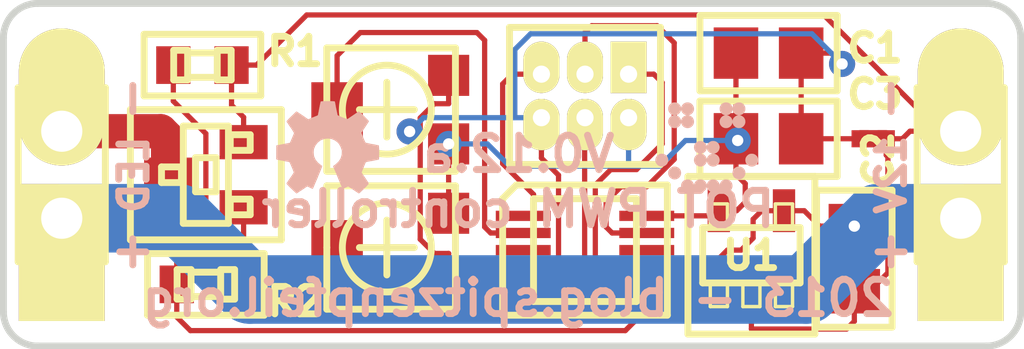
<source format=kicad_pcb>
(kicad_pcb (version 20171130) (host pcbnew "(5.1.12)-1")

  (general
    (thickness 1.6002)
    (drawings 34)
    (tracks 163)
    (zones 0)
    (modules 16)
    (nets 15)
  )

  (page User 431.8 279.4)
  (title_block
    (title LED-strip_PWM)
    (date "24 May 2013")
    (rev 0.12.a)
    (company "2012 - blog.spitzenpfeil.org")
  )

  (layers
    (0 Front signal)
    (31 Back signal)
    (34 B.Paste user hide)
    (35 F.Paste user hide)
    (36 B.SilkS user hide)
    (37 F.SilkS user hide)
    (38 B.Mask user hide)
    (39 F.Mask user hide)
    (40 Dwgs.User user hide)
    (41 Cmts.User user hide)
    (42 Eco1.User user hide)
    (44 Edge.Cuts user)
  )

  (setup
    (last_trace_width 0.1524)
    (user_trace_width 0.1524)
    (user_trace_width 1)
    (user_trace_width 1.5)
    (user_trace_width 2)
    (user_trace_width 2.5)
    (trace_clearance 0.1524)
    (zone_clearance 0.15)
    (zone_45_only yes)
    (trace_min 0.1524)
    (via_size 0.762)
    (via_drill 0.3302)
    (via_min_size 0.6)
    (via_min_drill 0.3)
    (uvia_size 0.508)
    (uvia_drill 0.127)
    (uvias_allowed no)
    (uvia_min_size 0.508)
    (uvia_min_drill 0.127)
    (edge_width 0.2)
    (segment_width 1)
    (pcb_text_width 0.2)
    (pcb_text_size 1 1)
    (mod_edge_width 0.2)
    (mod_text_size 0.8 0.8)
    (mod_text_width 0.2)
    (pad_size 1.05 1.5)
    (pad_drill 0.5)
    (pad_to_mask_clearance 0)
    (pad_to_paste_clearance_ratio -0.06)
    (aux_axis_origin 0 0)
    (visible_elements 7FFFFF7F)
    (pcbplotparams
      (layerselection 0x00030_ffffffff)
      (usegerberextensions true)
      (usegerberattributes true)
      (usegerberadvancedattributes true)
      (creategerberjobfile true)
      (excludeedgelayer true)
      (linewidth 0.150000)
      (plotframeref false)
      (viasonmask false)
      (mode 1)
      (useauxorigin false)
      (hpglpennumber 1)
      (hpglpenspeed 20)
      (hpglpendiameter 15.000000)
      (psnegative false)
      (psa4output false)
      (plotreference true)
      (plotvalue true)
      (plotinvisibletext false)
      (padsonsilk false)
      (subtractmaskfromsilk true)
      (outputformat 1)
      (mirror false)
      (drillshape 0)
      (scaleselection 1)
      (outputdirectory "gerber_files/"))
  )

  (net 0 "")
  (net 1 /MISO)
  (net 2 /MOSI)
  (net 3 /POT1)
  (net 4 /POT2)
  (net 5 /RESET)
  (net 6 /SCK)
  (net 7 /Vin)
  (net 8 /drain)
  (net 9 GND)
  (net 10 GNDPWR)
  (net 11 N-000004)
  (net 12 N-000005)
  (net 13 N-000006)
  (net 14 VCC)

  (net_class Default "This is the default net class."
    (clearance 0.1524)
    (trace_width 0.1524)
    (via_dia 0.762)
    (via_drill 0.3302)
    (uvia_dia 0.508)
    (uvia_drill 0.127)
    (add_net /MISO)
    (add_net /MOSI)
    (add_net /POT1)
    (add_net /POT2)
    (add_net /RESET)
    (add_net /SCK)
    (add_net /drain)
    (add_net N-000004)
    (add_net N-000005)
    (add_net N-000006)
  )

  (net_class Power ""
    (clearance 0.1524)
    (trace_width 0.1524)
    (via_dia 0.762)
    (via_drill 0.3302)
    (uvia_dia 0.508)
    (uvia_drill 0.127)
    (add_net /Vin)
    (add_net GND)
    (add_net GNDPWR)
    (add_net VCC)
  )

  (module MADW__PIN_ARRAY_3x2_1.27mm (layer Front) (tedit 51DAD745) (tstamp 51A00529)
    (at 92.95 50.7 180)
    (descr "Male 3x2 header with 1.27mm raster")
    (tags "CONN, header, male, 3x2, 1.27mm")
    (path /4F6EC6BB)
    (clearance 0.15)
    (fp_text reference JP1 (at 0 -3.1 180) (layer F.SilkS) hide
      (effects (font (size 0.8 0.8) (thickness 0.2)))
    )
    (fp_text value ISP (at 0 3.3 180) (layer F.SilkS) hide
      (effects (font (size 0.8 0.8) (thickness 0.2)))
    )
    (fp_line (start 2.2 -2) (end -2.2 -2) (layer F.SilkS) (width 0.2))
    (fp_line (start -2.2 -2) (end -2.2 2) (layer F.SilkS) (width 0.2))
    (fp_line (start 2.2 -2) (end 2.2 2) (layer F.SilkS) (width 0.2))
    (fp_line (start 2.2 2) (end -2.2 2) (layer F.SilkS) (width 0.2))
    (pad 1 thru_hole rect (at -1.27 0.635 180) (size 1.05 1.5) (drill 0.5 (offset 0 0.2)) (layers *.Cu F.SilkS F.Mask)
      (net 1 /MISO))
    (pad 2 thru_hole oval (at -1.27 -0.635 180) (size 1.05 1.5) (drill 0.5 (offset 0 -0.2)) (layers *.Cu F.SilkS F.Mask)
      (net 14 VCC))
    (pad 3 thru_hole oval (at 0 0.635 180) (size 1.05 1.5) (drill 0.5 (offset 0 0.2)) (layers *.Cu F.SilkS F.Mask)
      (net 6 /SCK))
    (pad 4 thru_hole oval (at 0 -0.635 180) (size 1.05 1.5) (drill 0.5 (offset 0 -0.2)) (layers *.Cu F.SilkS F.Mask)
      (net 2 /MOSI))
    (pad 5 thru_hole oval (at 1.27 0.635 180) (size 1.05 1.5) (drill 0.5 (offset 0 0.2)) (layers *.Cu F.SilkS F.Mask)
      (net 5 /RESET))
    (pad 6 thru_hole oval (at 1.27 -0.635 180) (size 1.05 1.5) (drill 0.5 (offset 0 -0.2)) (layers *.Cu F.SilkS F.Mask)
      (net 9 GND))
  )

  (module MADW__MLF10 (layer Front) (tedit 51D1C650) (tstamp 51A00159)
    (at 92.95 55.2)
    (path /51B1F1AE)
    (attr smd)
    (fp_text reference IC1 (at 0 0 90) (layer F.SilkS) hide
      (effects (font (size 0.8 0.8) (thickness 0.2)))
    )
    (fp_text value MADW__ATTINY13-MM (at 0 3.3) (layer F.SilkS) hide
      (effects (font (size 0.8 0.8) (thickness 0.2)))
    )
    (fp_line (start -2.4 -1.5) (end -2.4 1.9) (layer F.SilkS) (width 0.2))
    (fp_line (start -2 -1.9) (end 2.4 -1.9) (layer F.SilkS) (width 0.2))
    (fp_line (start -2 -1.9) (end -2.4 -1.5) (layer F.SilkS) (width 0.2))
    (fp_line (start 2.4 1.9) (end -2.4 1.9) (layer F.SilkS) (width 0.2))
    (fp_line (start 2.4 -1.9) (end 2.4 1.9) (layer F.SilkS) (width 0.2))
    (fp_line (start -1.5 -1.5) (end 1.5 -1.5) (layer F.SilkS) (width 0.2))
    (fp_line (start 1.5 -1.5) (end 1.5 1.5) (layer F.SilkS) (width 0.2))
    (fp_line (start 1.5 1.5) (end -1.5 1.5) (layer F.SilkS) (width 0.2))
    (fp_line (start -1.5 1.5) (end -1.5 -1.5) (layer F.SilkS) (width 0.2))
    (pad 1 smd rect (at -1.5 -1) (size 1.6 0.3) (drill (offset -0.3 0)) (layers Front F.Paste F.Mask)
      (net 5 /RESET))
    (pad 2 smd rect (at -1.5 -0.5) (size 1.6 0.3) (drill (offset -0.3 0)) (layers Front F.Paste F.Mask)
      (net 3 /POT1))
    (pad 3 smd rect (at -1.5 0) (size 1.6 0.3) (drill (offset -0.3 0)) (layers Front F.Paste F.Mask)
      (net 12 N-000005))
    (pad 4 smd rect (at -1.5 0.5) (size 1.6 0.3) (drill (offset -0.3 0)) (layers Front F.Paste F.Mask)
      (net 4 /POT2))
    (pad 5 smd rect (at -1.5 1) (size 1.6 0.3) (drill (offset -0.3 0)) (layers Front F.Paste F.Mask)
      (net 9 GND))
    (pad 6 smd rect (at 1.5 1) (size 1.6 0.3) (drill (offset 0.3 0)) (layers Front F.Paste F.Mask)
      (net 2 /MOSI))
    (pad 7 smd rect (at 1.5 0.5) (size 1.6 0.3) (drill (offset 0.3 0)) (layers Front F.Paste F.Mask)
      (net 1 /MISO))
    (pad 8 smd rect (at 1.5 0) (size 1.6 0.3) (drill (offset 0.3 0)) (layers Front F.Paste F.Mask)
      (net 13 N-000006))
    (pad 9 smd rect (at 1.5 -0.5) (size 1.6 0.3) (drill (offset 0.3 0)) (layers Front F.Paste F.Mask)
      (net 6 /SCK))
    (pad 10 smd rect (at 1.5 -1) (size 1.6 0.3) (drill (offset 0.3 0)) (layers Front F.Paste F.Mask)
      (net 14 VCC))
  )

  (module MADW__SMD-net-noin-0.5mm (layer Front) (tedit 511B72E3) (tstamp 51050176)
    (at 101.35 51.95)
    (path /50ED7F02)
    (fp_text reference NJ1 (at 0 -3.175) (layer F.SilkS) hide
      (effects (font (size 0.8 0.8) (thickness 0.2)))
    )
    (fp_text value NET-JOIN (at 1.524 2.794) (layer F.SilkS) hide
      (effects (font (size 0.8 0.8) (thickness 0.2)))
    )
    (fp_line (start -0.381 0.127) (end 0.381 0.127) (layer Front) (width 0.25))
    (fp_line (start -0.381 -0.127) (end 0.381 -0.127) (layer Front) (width 0.25))
    (fp_line (start -0.381 0) (end 0.381 0) (layer Front) (width 0.25))
    (pad 1 smd rect (at -0.381 0) (size 0.5 0.5) (layers Front)
      (net 9 GND))
    (pad 2 smd rect (at 0.381 0) (size 0.5 0.5) (layers Front)
      (net 10 GNDPWR))
  )

  (module MADW__SIL-2 (layer Front) (tedit 51A53670) (tstamp 51991833)
    (at 103.9 53 90)
    (descr "Connecteurs 2 pins")
    (tags "CONN DEV")
    (path /50B20DF4)
    (fp_text reference P1 (at 0 -2.54 90) (layer F.SilkS) hide
      (effects (font (size 0.8 0.8) (thickness 0.2)))
    )
    (fp_text value CONN_2 (at 0 2.54 90) (layer F.SilkS) hide
      (effects (font (size 0.8 0.8) (thickness 0.2)))
    )
    (fp_line (start -2.54 1.27) (end -2.54 -1.27) (layer F.SilkS) (width 0.2))
    (fp_line (start -2.54 -1.27) (end 2.54 -1.27) (layer F.SilkS) (width 0.2))
    (fp_line (start 2.54 -1.27) (end 2.54 1.27) (layer F.SilkS) (width 0.2))
    (fp_line (start 2.54 1.27) (end -2.54 1.27) (layer F.SilkS) (width 0.2))
    (pad 1 thru_hole rect (at -1.27 0 90) (size 4 2.5) (drill 1.2 (offset -1 0)) (layers *.Cu *.Mask F.SilkS)
      (net 7 /Vin))
    (pad 2 thru_hole oval (at 1.27 0 90) (size 4 2.5) (drill 1.2 (offset 1 0)) (layers *.Cu *.Mask F.SilkS)
      (net 10 GNDPWR))
  )

  (module MADW__SIL-2 (layer Front) (tedit 51A5363B) (tstamp 5199183C)
    (at 77.7 53 90)
    (descr "Connecteurs 2 pins")
    (tags "CONN DEV")
    (path /50B20CB2)
    (fp_text reference P2 (at 0 -2.54 90) (layer F.SilkS) hide
      (effects (font (size 0.8 0.8) (thickness 0.2)))
    )
    (fp_text value CONN_2 (at 0 2.54 90) (layer F.SilkS) hide
      (effects (font (size 0.8 0.8) (thickness 0.2)))
    )
    (fp_line (start -2.54 1.27) (end -2.54 -1.27) (layer F.SilkS) (width 0.2))
    (fp_line (start -2.54 -1.27) (end 2.54 -1.27) (layer F.SilkS) (width 0.2))
    (fp_line (start 2.54 -1.27) (end 2.54 1.27) (layer F.SilkS) (width 0.2))
    (fp_line (start 2.54 1.27) (end -2.54 1.27) (layer F.SilkS) (width 0.2))
    (pad 1 thru_hole rect (at -1.27 0 90) (size 4 2.5) (drill 1.2 (offset -1 0)) (layers *.Cu *.Mask F.SilkS)
      (net 7 /Vin))
    (pad 2 thru_hole oval (at 1.27 0 90) (size 4 2.5) (drill 1.2 (offset 1 0)) (layers *.Cu *.Mask F.SilkS)
      (net 8 /drain))
  )

  (module MADW__C0805 (layer Front) (tedit 52043284) (tstamp 51991A91)
    (at 98.3 49.45)
    (descr CAPACITOR)
    (tags CAPACITOR)
    (path /4F76EBA8)
    (attr smd)
    (fp_text reference C1 (at 3.1 -0.15 180) (layer F.SilkS)
      (effects (font (size 0.8 0.8) (thickness 0.2)))
    )
    (fp_text value 100nF (at 0 2.2) (layer F.SilkS) hide
      (effects (font (size 0.8 0.8) (thickness 0.2)))
    )
    (fp_line (start 2 -1.1) (end -2 -1.1) (layer F.SilkS) (width 0.2))
    (fp_line (start 2 -1.1) (end 2 1.1) (layer F.SilkS) (width 0.2))
    (fp_line (start 2 1.1) (end -2 1.1) (layer F.SilkS) (width 0.2))
    (fp_line (start -2 1.1) (end -2 -1.1) (layer F.SilkS) (width 0.2))
    (fp_line (start 0.2 -0.4) (end 0.2 0.4) (layer Dwgs.User) (width 0.1))
    (fp_line (start -0.2 -0.4) (end -0.2 0.4) (layer Dwgs.User) (width 0.1))
    (fp_line (start -0.2 0) (end -0.6 0) (layer Dwgs.User) (width 0.1))
    (fp_line (start 0.2 0) (end 0.6 0) (layer Dwgs.User) (width 0.1))
    (fp_line (start -1 -0.63) (end 1 -0.63) (layer Dwgs.User) (width 0.2))
    (fp_line (start 1 -0.63) (end 1 0.63) (layer Dwgs.User) (width 0.2))
    (fp_line (start 1 0.63) (end -1 0.63) (layer Dwgs.User) (width 0.2))
    (fp_line (start -1 0.63) (end -1 -0.63) (layer Dwgs.User) (width 0.2))
    (pad 1 smd rect (at -0.94996 0) (size 1.29794 1.4986) (layers Front F.Paste F.Mask)
      (net 14 VCC))
    (pad 2 smd rect (at 0.94996 0) (size 1.29794 1.4986) (layers Front F.Paste F.Mask)
      (net 9 GND))
  )

  (module MADW__C0805 (layer Front) (tedit 51991D77) (tstamp 51991AA2)
    (at 100.8 55.45 270)
    (descr CAPACITOR)
    (tags CAPACITOR)
    (path /4F76EB9D)
    (attr smd)
    (fp_text reference C2 (at -2.9 -0.7 270) (layer F.SilkS)
      (effects (font (size 0.8 0.8) (thickness 0.2)))
    )
    (fp_text value 100nF (at 0 2.2 270) (layer F.SilkS) hide
      (effects (font (size 0.8 0.8) (thickness 0.2)))
    )
    (fp_line (start 2 -1.1) (end -2 -1.1) (layer F.SilkS) (width 0.2))
    (fp_line (start 2 -1.1) (end 2 1.1) (layer F.SilkS) (width 0.2))
    (fp_line (start 2 1.1) (end -2 1.1) (layer F.SilkS) (width 0.2))
    (fp_line (start -2 1.1) (end -2 -1.1) (layer F.SilkS) (width 0.2))
    (fp_line (start 0.2 -0.4) (end 0.2 0.4) (layer Dwgs.User) (width 0.1))
    (fp_line (start -0.2 -0.4) (end -0.2 0.4) (layer Dwgs.User) (width 0.1))
    (fp_line (start -0.2 0) (end -0.6 0) (layer Dwgs.User) (width 0.1))
    (fp_line (start 0.2 0) (end 0.6 0) (layer Dwgs.User) (width 0.1))
    (fp_line (start -1 -0.63) (end 1 -0.63) (layer Dwgs.User) (width 0.2))
    (fp_line (start 1 -0.63) (end 1 0.63) (layer Dwgs.User) (width 0.2))
    (fp_line (start 1 0.63) (end -1 0.63) (layer Dwgs.User) (width 0.2))
    (fp_line (start -1 0.63) (end -1 -0.63) (layer Dwgs.User) (width 0.2))
    (pad 1 smd rect (at -0.94996 0 270) (size 1.29794 1.4986) (layers Front F.Paste F.Mask)
      (net 7 /Vin))
    (pad 2 smd rect (at 0.94996 0 270) (size 1.29794 1.4986) (layers Front F.Paste F.Mask)
      (net 10 GNDPWR))
  )

  (module MADW__C0805 (layer Front) (tedit 51991D6E) (tstamp 51991AB3)
    (at 98.3 51.95)
    (descr CAPACITOR)
    (tags CAPACITOR)
    (path /4F6EEE81)
    (attr smd)
    (fp_text reference C3 (at 3.1 -1.3) (layer F.SilkS)
      (effects (font (size 0.8 0.8) (thickness 0.2)))
    )
    (fp_text value 4.7µF (at 0 2.2) (layer F.SilkS) hide
      (effects (font (size 0.8 0.8) (thickness 0.2)))
    )
    (fp_line (start 2 -1.1) (end -2 -1.1) (layer F.SilkS) (width 0.2))
    (fp_line (start 2 -1.1) (end 2 1.1) (layer F.SilkS) (width 0.2))
    (fp_line (start 2 1.1) (end -2 1.1) (layer F.SilkS) (width 0.2))
    (fp_line (start -2 1.1) (end -2 -1.1) (layer F.SilkS) (width 0.2))
    (fp_line (start 0.2 -0.4) (end 0.2 0.4) (layer Dwgs.User) (width 0.1))
    (fp_line (start -0.2 -0.4) (end -0.2 0.4) (layer Dwgs.User) (width 0.1))
    (fp_line (start -0.2 0) (end -0.6 0) (layer Dwgs.User) (width 0.1))
    (fp_line (start 0.2 0) (end 0.6 0) (layer Dwgs.User) (width 0.1))
    (fp_line (start -1 -0.63) (end 1 -0.63) (layer Dwgs.User) (width 0.2))
    (fp_line (start 1 -0.63) (end 1 0.63) (layer Dwgs.User) (width 0.2))
    (fp_line (start 1 0.63) (end -1 0.63) (layer Dwgs.User) (width 0.2))
    (fp_line (start -1 0.63) (end -1 -0.63) (layer Dwgs.User) (width 0.2))
    (pad 1 smd rect (at -0.94996 0) (size 1.29794 1.4986) (layers Front F.Paste F.Mask)
      (net 14 VCC))
    (pad 2 smd rect (at 0.94996 0) (size 1.29794 1.4986) (layers Front F.Paste F.Mask)
      (net 9 GND))
  )

  (module MADW__R0603_2 (layer Front) (tedit 519FCED7) (tstamp 51991873)
    (at 81.8 49.8 180)
    (descr RESISTOR)
    (tags RESISTOR)
    (path /50B51D62)
    (attr smd)
    (fp_text reference R1 (at -2.7 0.4) (layer F.SilkS)
      (effects (font (size 0.8 0.8) (thickness 0.2)))
    )
    (fp_text value 100k (at 0 2.1 180) (layer F.SilkS) hide
      (effects (font (size 0.8 0.8) (thickness 0.2)))
    )
    (fp_line (start -1.7 -0.9) (end 1.7 -0.9) (layer F.SilkS) (width 0.2))
    (fp_line (start 1.7 -0.9) (end 1.7 0.9) (layer F.SilkS) (width 0.2))
    (fp_line (start 1.7 0.9) (end -1.7 0.9) (layer F.SilkS) (width 0.2))
    (fp_line (start -1.7 0.9) (end -1.7 -0.9) (layer F.SilkS) (width 0.2))
    (fp_line (start 0.4318 0.4318) (end 0.8382 0.4318) (layer F.SilkS) (width 0.2))
    (fp_line (start 0.8382 0.4318) (end 0.8382 -0.4318) (layer F.SilkS) (width 0.2))
    (fp_line (start 0.4318 -0.4318) (end 0.8382 -0.4318) (layer F.SilkS) (width 0.2))
    (fp_line (start 0.4318 0.4318) (end 0.4318 -0.4318) (layer F.SilkS) (width 0.2))
    (fp_line (start -0.8382 0.4318) (end -0.4318 0.4318) (layer F.SilkS) (width 0.2))
    (fp_line (start -0.4318 0.4318) (end -0.4318 -0.4318) (layer F.SilkS) (width 0.2))
    (fp_line (start -0.8382 -0.4318) (end -0.4318 -0.4318) (layer F.SilkS) (width 0.2))
    (fp_line (start -0.8382 0.4318) (end -0.8382 -0.4318) (layer F.SilkS) (width 0.2))
    (fp_line (start -0.4318 0.3556) (end 0.4318 0.3556) (layer F.SilkS) (width 0.2))
    (fp_line (start 0.4318 -0.3556) (end -0.4318 -0.3556) (layer F.SilkS) (width 0.2))
    (pad 1 smd rect (at -0.84836 0 180) (size 0.99822 1.09982) (layers Front F.Paste F.Mask)
      (net 10 GNDPWR))
    (pad 2 smd rect (at 0.84836 0 180) (size 0.99822 1.09982) (layers Front F.Paste F.Mask)
      (net 2 /MOSI))
  )

  (module MADW__R0603_2 (layer Front) (tedit 519FCED3) (tstamp 519FCE3A)
    (at 81.9 56.2)
    (descr RESISTOR)
    (tags RESISTOR)
    (path /4F6EEBD3)
    (attr smd)
    (fp_text reference R2 (at 2.6 0.5 180) (layer F.SilkS)
      (effects (font (size 0.8 0.8) (thickness 0.2)))
    )
    (fp_text value 150R (at 0 2.1) (layer F.SilkS) hide
      (effects (font (size 0.8 0.8) (thickness 0.2)))
    )
    (fp_line (start -1.7 -0.9) (end 1.7 -0.9) (layer F.SilkS) (width 0.2))
    (fp_line (start 1.7 -0.9) (end 1.7 0.9) (layer F.SilkS) (width 0.2))
    (fp_line (start 1.7 0.9) (end -1.7 0.9) (layer F.SilkS) (width 0.2))
    (fp_line (start -1.7 0.9) (end -1.7 -0.9) (layer F.SilkS) (width 0.2))
    (fp_line (start 0.4318 0.4318) (end 0.8382 0.4318) (layer F.SilkS) (width 0.2))
    (fp_line (start 0.8382 0.4318) (end 0.8382 -0.4318) (layer F.SilkS) (width 0.2))
    (fp_line (start 0.4318 -0.4318) (end 0.8382 -0.4318) (layer F.SilkS) (width 0.2))
    (fp_line (start 0.4318 0.4318) (end 0.4318 -0.4318) (layer F.SilkS) (width 0.2))
    (fp_line (start -0.8382 0.4318) (end -0.4318 0.4318) (layer F.SilkS) (width 0.2))
    (fp_line (start -0.4318 0.4318) (end -0.4318 -0.4318) (layer F.SilkS) (width 0.2))
    (fp_line (start -0.8382 -0.4318) (end -0.4318 -0.4318) (layer F.SilkS) (width 0.2))
    (fp_line (start -0.8382 0.4318) (end -0.8382 -0.4318) (layer F.SilkS) (width 0.2))
    (fp_line (start -0.4318 0.3556) (end 0.4318 0.3556) (layer F.SilkS) (width 0.2))
    (fp_line (start 0.4318 -0.3556) (end -0.4318 -0.3556) (layer F.SilkS) (width 0.2))
    (pad 1 smd rect (at -0.84836 0) (size 0.99822 1.09982) (layers Front F.Paste F.Mask)
      (net 2 /MOSI))
    (pad 2 smd rect (at 0.84836 0) (size 0.99822 1.09982) (layers Front F.Paste F.Mask)
      (net 11 N-000004))
  )

  (module MADW__TC33X-POT (layer Front) (tedit 51A00109) (tstamp 51A0050B)
    (at 87.175 51.1 90)
    (path /519FCA8A)
    (fp_text reference RV1 (at -0.01 -3.44 90) (layer F.SilkS) hide
      (effects (font (size 0.8 0.8) (thickness 0.2)))
    )
    (fp_text value 50k (at 0 3.85064 90) (layer F.SilkS) hide
      (effects (font (size 0.8 0.8) (thickness 0.2)))
    )
    (fp_circle (center 0 0) (end 1.15062 0.59944) (layer F.SilkS) (width 0.2))
    (fp_line (start -0.8001 0) (end 0.8001 0) (layer F.SilkS) (width 0.2))
    (fp_line (start 0 -0.8001) (end 0 0.8001) (layer F.SilkS) (width 0.2))
    (fp_line (start 0 -1.75006) (end 1.80086 -1.75006) (layer F.SilkS) (width 0.2))
    (fp_line (start 1.80086 -1.75006) (end 1.80086 1.99898) (layer F.SilkS) (width 0.2))
    (fp_line (start 1.80086 1.99898) (end -1.80086 1.99898) (layer F.SilkS) (width 0.2))
    (fp_line (start -1.80086 1.99898) (end -1.80086 -1.75006) (layer F.SilkS) (width 0.2))
    (fp_line (start -1.80086 -1.75006) (end 0 -1.75006) (layer F.SilkS) (width 0.2))
    (pad 1 smd rect (at -1.00076 1.80086 90) (size 1.19888 1.19888) (layers Front F.Paste F.Mask)
      (net 14 VCC))
    (pad 3 smd rect (at 1.00076 1.80086 90) (size 1.19888 1.19888) (layers Front F.Paste F.Mask)
      (net 9 GND))
    (pad 2 smd rect (at 0 -1.45034 90) (size 1.6002 1.50114) (layers Front F.Paste F.Mask)
      (net 3 /POT1))
  )

  (module MADW__TC33X-POT (layer Front) (tedit 519FCB6D) (tstamp 519FCC4F)
    (at 87.175 55.125 90)
    (path /519FCA99)
    (fp_text reference RV2 (at -0.01 -3.44 90) (layer F.SilkS) hide
      (effects (font (size 0.8 0.8) (thickness 0.2)))
    )
    (fp_text value 50k (at 0 3.85064 90) (layer F.SilkS) hide
      (effects (font (size 0.8 0.8) (thickness 0.2)))
    )
    (fp_circle (center 0 0) (end 1.15062 0.59944) (layer F.SilkS) (width 0.2))
    (fp_line (start -0.8001 0) (end 0.8001 0) (layer F.SilkS) (width 0.2))
    (fp_line (start 0 -0.8001) (end 0 0.8001) (layer F.SilkS) (width 0.2))
    (fp_line (start 0 -1.75006) (end 1.80086 -1.75006) (layer F.SilkS) (width 0.2))
    (fp_line (start 1.80086 -1.75006) (end 1.80086 1.99898) (layer F.SilkS) (width 0.2))
    (fp_line (start 1.80086 1.99898) (end -1.80086 1.99898) (layer F.SilkS) (width 0.2))
    (fp_line (start -1.80086 1.99898) (end -1.80086 -1.75006) (layer F.SilkS) (width 0.2))
    (fp_line (start -1.80086 -1.75006) (end 0 -1.75006) (layer F.SilkS) (width 0.2))
    (pad 1 smd rect (at -1.00076 1.80086 90) (size 1.19888 1.19888) (layers Front F.Paste F.Mask)
      (net 9 GND))
    (pad 3 smd rect (at 1.00076 1.80086 90) (size 1.19888 1.19888) (layers Front F.Paste F.Mask)
      (net 14 VCC))
    (pad 2 smd rect (at 0 -1.45034 90) (size 1.6002 1.50114) (layers Front F.Paste F.Mask)
      (net 4 /POT2))
  )

  (module MADW__SOT23 (layer Front) (tedit 519FE6EE) (tstamp 519FDA42)
    (at 81.9 53 90)
    (descr "SMALL OUTLINE TRANSISTOR")
    (tags "SMALL OUTLINE TRANSISTOR")
    (path /519FBEE4)
    (attr smd)
    (fp_text reference T1 (at 0 -3 90) (layer F.SilkS) hide
      (effects (font (size 0.8 0.8) (thickness 0.2)))
    )
    (fp_text value AO3400 (at 0 3.2 90) (layer F.SilkS) hide
      (effects (font (size 0.8 0.8) (thickness 0.2)))
    )
    (fp_line (start 1.9 -2.2) (end 1.9 2.2) (layer F.SilkS) (width 0.2))
    (fp_line (start 1.9 2.2) (end -1.9 2.2) (layer F.SilkS) (width 0.2))
    (fp_line (start -1.9 2.2) (end -1.9 -2.2) (layer F.SilkS) (width 0.2))
    (fp_line (start -1.9 -2.2) (end 1.9 -2.2) (layer F.SilkS) (width 0.2))
    (fp_line (start -0.2286 -0.7112) (end 0.2286 -0.7112) (layer F.SilkS) (width 0.2))
    (fp_line (start 0.2286 -0.7112) (end 0.2286 -1.29286) (layer F.SilkS) (width 0.2))
    (fp_line (start -0.2286 -1.29286) (end 0.2286 -1.29286) (layer F.SilkS) (width 0.2))
    (fp_line (start -0.2286 -0.7112) (end -0.2286 -1.29286) (layer F.SilkS) (width 0.2))
    (fp_line (start 0.7112 1.29286) (end 1.1684 1.29286) (layer F.SilkS) (width 0.2))
    (fp_line (start 1.1684 1.29286) (end 1.1684 0.7112) (layer F.SilkS) (width 0.2))
    (fp_line (start 0.7112 0.7112) (end 1.1684 0.7112) (layer F.SilkS) (width 0.2))
    (fp_line (start 0.7112 1.29286) (end 0.7112 0.7112) (layer F.SilkS) (width 0.2))
    (fp_line (start -1.1684 1.29286) (end -0.7112 1.29286) (layer F.SilkS) (width 0.2))
    (fp_line (start -0.7112 1.29286) (end -0.7112 0.7112) (layer F.SilkS) (width 0.2))
    (fp_line (start -1.1684 0.7112) (end -0.7112 0.7112) (layer F.SilkS) (width 0.2))
    (fp_line (start -1.1684 1.29286) (end -1.1684 0.7112) (layer F.SilkS) (width 0.2))
    (fp_line (start -0.49784 0.29972) (end 0.49784 0.29972) (layer F.SilkS) (width 0.2))
    (fp_line (start 0.49784 0.29972) (end 0.49784 -0.29972) (layer F.SilkS) (width 0.2))
    (fp_line (start -0.49784 -0.29972) (end 0.49784 -0.29972) (layer F.SilkS) (width 0.2))
    (fp_line (start -0.49784 0.29972) (end -0.49784 -0.29972) (layer F.SilkS) (width 0.2))
    (fp_line (start 1.41986 -0.65786) (end 1.41986 0.65786) (layer F.SilkS) (width 0.2))
    (fp_line (start 1.41986 0.65786) (end -1.41986 0.65786) (layer F.SilkS) (width 0.2))
    (fp_line (start -1.41986 0.65786) (end -1.41986 -0.65786) (layer F.SilkS) (width 0.2))
    (fp_line (start -1.41986 -0.65786) (end 1.41986 -0.65786) (layer F.SilkS) (width 0.2))
    (pad 1 smd rect (at -0.95 1.1 90) (size 1 1.4) (layers Front F.Paste F.Mask)
      (net 11 N-000004))
    (pad 2 smd rect (at 0.95 1.1 90) (size 1 1.4) (layers Front F.Paste F.Mask)
      (net 10 GNDPWR))
    (pad 3 smd rect (at 0 -1.1 90) (size 1 1.4) (layers Front F.Paste F.Mask)
      (net 8 /drain))
  )

  (module MADW__SOT23-5 (layer Front) (tedit 519FE6F7) (tstamp 519FC4C3)
    (at 97.8 55.35)
    (descr "SMALL OUTLINE TRANSISTOR")
    (tags "SMALL OUTLINE TRANSISTOR")
    (path /50ED7AA4)
    (attr smd)
    (fp_text reference U1 (at 0 0) (layer F.SilkS)
      (effects (font (size 0.8 0.8) (thickness 0.2)))
    )
    (fp_text value MCP1804-SOT23-5 (at 0 3.1) (layer F.SilkS) hide
      (effects (font (size 0.8 0.8) (thickness 0.2)))
    )
    (fp_line (start -1.85 -2.3) (end 1.85 -2.3) (layer F.SilkS) (width 0.2))
    (fp_line (start -1.85 -2.3) (end -1.85 2.3) (layer F.SilkS) (width 0.2))
    (fp_line (start -1.85 2.3) (end 1.85 2.3) (layer F.SilkS) (width 0.2))
    (fp_line (start 1.85 -2.3) (end 1.85 2.3) (layer F.SilkS) (width 0.2))
    (fp_line (start -1.41986 -0.80772) (end 1.41986 -0.80772) (layer F.SilkS) (width 0.2))
    (fp_line (start -1.41986 0.80772) (end 1.41986 0.80772) (layer F.SilkS) (width 0.2))
    (fp_line (start -1.19888 1.4986) (end -0.6985 1.4986) (layer F.SilkS) (width 0.1))
    (fp_line (start -0.6985 1.4986) (end -0.6985 0.84836) (layer F.SilkS) (width 0.1))
    (fp_line (start -1.19888 1.4986) (end -1.19888 0.84836) (layer F.SilkS) (width 0.1))
    (fp_line (start -0.24892 1.4986) (end 0.24892 1.4986) (layer F.SilkS) (width 0.1))
    (fp_line (start 0.24892 1.4986) (end 0.24892 0.84836) (layer F.SilkS) (width 0.1))
    (fp_line (start -0.24892 1.4986) (end -0.24892 0.84836) (layer F.SilkS) (width 0.1))
    (fp_line (start 0.6985 1.4986) (end 1.19888 1.4986) (layer F.SilkS) (width 0.1))
    (fp_line (start 1.19888 1.4986) (end 1.19888 0.84836) (layer F.SilkS) (width 0.1))
    (fp_line (start 0.6985 1.4986) (end 0.6985 0.84836) (layer F.SilkS) (width 0.1))
    (fp_line (start 1.19888 -0.84836) (end 1.19888 -1.4986) (layer F.SilkS) (width 0.1))
    (fp_line (start 0.6985 -1.4986) (end 1.19888 -1.4986) (layer F.SilkS) (width 0.1))
    (fp_line (start 0.6985 -0.84836) (end 0.6985 -1.4986) (layer F.SilkS) (width 0.1))
    (fp_line (start -0.6985 -0.84836) (end -0.6985 -1.4986) (layer F.SilkS) (width 0.1))
    (fp_line (start -1.19888 -1.4986) (end -0.6985 -1.4986) (layer F.SilkS) (width 0.1))
    (fp_line (start -1.19888 -0.84836) (end -1.19888 -1.4986) (layer F.SilkS) (width 0.1))
    (fp_line (start 1.41986 -0.80772) (end 1.41986 0.80772) (layer F.SilkS) (width 0.2))
    (fp_line (start -1.41986 0.80772) (end -1.41986 -0.80772) (layer F.SilkS) (width 0.2))
    (pad 1 smd rect (at -0.95 1.3) (size 0.65 1.25) (layers Front F.Paste F.Mask)
      (net 7 /Vin))
    (pad 2 smd rect (at 0 1.3) (size 0.65 1.25) (layers Front F.Paste F.Mask)
      (net 10 GNDPWR))
    (pad 3 smd rect (at 0.95 1.3) (size 0.65 1.25) (layers Front F.Paste F.Mask))
    (pad 4 smd rect (at 0.95 -1.3) (size 0.65 1.25) (layers Front F.Paste F.Mask)
      (net 7 /Vin))
    (pad 5 smd rect (at -0.95 -1.3) (size 0.65 1.25) (layers Front F.Paste F.Mask)
      (net 14 VCC))
  )

  (module LED_smile_silkscreen_3mm (layer Back) (tedit 51A3B035) (tstamp 51A4700B)
    (at 96.5 52.2)
    (fp_text reference G2 (at 0 -1.7272) (layer B.SilkS) hide
      (effects (font (size 0.8 0.8) (thickness 0.2)) (justify mirror))
    )
    (fp_text value LED_smile_silkscreen_3mm (at 0 1.7272) (layer B.SilkS) hide
      (effects (font (size 0.8 0.8) (thickness 0.2)) (justify mirror))
    )
    (fp_poly (pts (xy 0.56642 1.31064) (xy 0.60452 1.30556) (xy 0.63754 1.2954) (xy 0.65278 1.28778)
      (xy 0.6858 1.26492) (xy 0.7112 1.23698) (xy 0.72898 1.2065) (xy 0.74168 1.17094)
      (xy 0.7493 1.13538) (xy 0.74676 1.09728) (xy 0.73914 1.06172) (xy 0.72136 1.02616)
      (xy 0.7112 1.01092) (xy 0.69596 0.99314) (xy 0.67818 0.9779) (xy 0.66294 0.9652)
      (xy 0.65786 0.96266) (xy 0.62484 0.94742) (xy 0.59182 0.9398) (xy 0.55372 0.93726)
      (xy 0.54102 0.93726) (xy 0.5207 0.9398) (xy 0.50292 0.94488) (xy 0.4826 0.95504)
      (xy 0.45974 0.9652) (xy 0.42926 0.9906) (xy 0.4064 1.02108) (xy 0.38608 1.0541)
      (xy 0.381 1.06934) (xy 0.37592 1.08966) (xy 0.37338 1.10236) (xy 0.37338 1.1049)
      (xy 0.37338 1.09728) (xy 0.36576 1.07188) (xy 0.35814 1.04902) (xy 0.34544 1.02616)
      (xy 0.32512 0.99822) (xy 0.29718 0.97282) (xy 0.26416 0.9525) (xy 0.22606 0.9398)
      (xy 0.18796 0.93726) (xy 0.1778 0.93726) (xy 0.14732 0.9398) (xy 0.11938 0.94742)
      (xy 0.1143 0.94996) (xy 0.08128 0.96774) (xy 0.05334 0.9906) (xy 0.03048 1.02108)
      (xy 0.0127 1.05156) (xy 0.00254 1.08458) (xy 0.00254 1.08712) (xy 0 1.09474)
      (xy 0 1.09982) (xy 0 1.09474) (xy -0.00254 1.08458) (xy -0.00254 1.08204)
      (xy -0.01524 1.04902) (xy -0.03302 1.016) (xy -0.05588 0.98806) (xy -0.07874 0.97028)
      (xy -0.11176 0.9525) (xy -0.14732 0.9398) (xy -0.18796 0.93726) (xy -0.2159 0.9398)
      (xy -0.25146 0.94742) (xy -0.28702 0.9652) (xy -0.3175 0.98806) (xy -0.34036 1.01854)
      (xy -0.34544 1.02362) (xy -0.35306 1.03632) (xy -0.35814 1.04902) (xy -0.36068 1.05664)
      (xy -0.3683 1.07442) (xy -0.37084 1.08966) (xy -0.37338 1.10236) (xy -0.37338 1.1049)
      (xy -0.37592 1.09728) (xy -0.37846 1.07696) (xy -0.38862 1.05156) (xy -0.39878 1.0287)
      (xy -0.42164 0.99822) (xy -0.45212 0.97282) (xy -0.48514 0.9525) (xy -0.5207 0.9398)
      (xy -0.5588 0.93726) (xy -0.59436 0.9398) (xy -0.63246 0.94996) (xy -0.66548 0.96774)
      (xy -0.69596 0.99314) (xy -0.7112 1.01092) (xy -0.7239 1.03124) (xy -0.7366 1.0541)
      (xy -0.74168 1.07442) (xy -0.7493 1.11252) (xy -0.74676 1.14808) (xy -0.73914 1.18364)
      (xy -0.7239 1.21666) (xy -0.70358 1.2446) (xy -0.67818 1.27) (xy -0.6477 1.29032)
      (xy -0.61468 1.30302) (xy -0.57658 1.31064) (xy -0.5715 1.31064) (xy -0.5334 1.31064)
      (xy -0.49784 1.30048) (xy -0.46482 1.28524) (xy -0.45212 1.27508) (xy -0.42672 1.25476)
      (xy -0.40386 1.22682) (xy -0.38862 1.19888) (xy -0.38608 1.18872) (xy -0.381 1.17348)
      (xy -0.37592 1.1557) (xy -0.37338 1.143) (xy -0.37338 1.13538) (xy -0.37338 1.143)
      (xy -0.37338 1.15062) (xy -0.3683 1.16586) (xy -0.36322 1.18618) (xy -0.35814 1.20142)
      (xy -0.34798 1.2192) (xy -0.32512 1.24968) (xy -0.29718 1.27508) (xy -0.26416 1.2954)
      (xy -0.22606 1.3081) (xy -0.22098 1.3081) (xy -0.19558 1.31064) (xy -0.16764 1.31064)
      (xy -0.14224 1.30556) (xy -0.11684 1.29794) (xy -0.08382 1.28016) (xy -0.0508 1.25476)
      (xy -0.0508 1.25222) (xy -0.02794 1.22682) (xy -0.0127 1.1938) (xy -0.00254 1.16332)
      (xy -0.00254 1.16078) (xy 0 1.15316) (xy 0 1.14808) (xy 0 1.15062)
      (xy 0.00254 1.15824) (xy 0.00254 1.16078) (xy 0.00762 1.1811) (xy 0.01524 1.20142)
      (xy 0.02794 1.22174) (xy 0.04318 1.2446) (xy 0.07112 1.27254) (xy 0.10414 1.29286)
      (xy 0.14224 1.30556) (xy 0.14732 1.3081) (xy 0.17272 1.31064) (xy 0.20066 1.31064)
      (xy 0.22606 1.3081) (xy 0.24638 1.30048) (xy 0.28194 1.28524) (xy 0.31242 1.26238)
      (xy 0.33782 1.23444) (xy 0.35814 1.20142) (xy 0.36068 1.19126) (xy 0.3683 1.17348)
      (xy 0.37084 1.1557) (xy 0.37338 1.143) (xy 0.37592 1.15062) (xy 0.381 1.17348)
      (xy 0.39116 1.19888) (xy 0.40132 1.22174) (xy 0.4064 1.22936) (xy 0.42926 1.2573)
      (xy 0.45974 1.28016) (xy 0.49276 1.29794) (xy 0.52832 1.3081) (xy 0.56642 1.31064)) (layer B.SilkS) (width 0.00254))
    (fp_poly (pts (xy -0.94742 0.93726) (xy -0.92456 0.93472) (xy -0.90424 0.93472) (xy -0.87884 0.9271)
      (xy -0.84328 0.91186) (xy -0.8128 0.889) (xy -0.7874 0.86106) (xy -0.76708 0.82804)
      (xy -0.75438 0.79248) (xy -0.7493 0.75438) (xy -0.75184 0.71628) (xy -0.762 0.68072)
      (xy -0.77724 0.6477) (xy -0.80264 0.61722) (xy -0.83312 0.59182) (xy -0.84074 0.58674)
      (xy -0.87884 0.5715) (xy -0.9144 0.56134) (xy -0.95504 0.56134) (xy -0.99314 0.56896)
      (xy -1.02362 0.58166) (xy -1.05664 0.60452) (xy -1.08204 0.63246) (xy -1.1049 0.66548)
      (xy -1.1176 0.70358) (xy -1.12268 0.72136) (xy -1.12268 0.74676) (xy -1.12268 0.76962)
      (xy -1.12014 0.78994) (xy -1.1176 0.79756) (xy -1.10236 0.83566) (xy -1.08204 0.86868)
      (xy -1.05156 0.89662) (xy -1.01854 0.91694) (xy -1.0033 0.92456) (xy -0.98044 0.93218)
      (xy -0.96012 0.93472) (xy -0.94742 0.93726)) (layer B.SilkS) (width 0.00254))
    (fp_poly (pts (xy 0.9398 0.93726) (xy 0.9779 0.93218) (xy 1.016 0.91948) (xy 1.05156 0.89662)
      (xy 1.05918 0.89154) (xy 1.08458 0.8636) (xy 1.1049 0.83058) (xy 1.1176 0.79502)
      (xy 1.12268 0.7747) (xy 1.12268 0.75184) (xy 1.12268 0.72644) (xy 1.12014 0.70866)
      (xy 1.1176 0.6985) (xy 1.10236 0.6604) (xy 1.08204 0.62992) (xy 1.0541 0.60198)
      (xy 1.02108 0.58166) (xy 0.98552 0.56896) (xy 0.94742 0.56134) (xy 0.93218 0.56134)
      (xy 0.89408 0.56642) (xy 0.85852 0.57658) (xy 0.82804 0.5969) (xy 0.8001 0.61976)
      (xy 0.77724 0.65024) (xy 0.762 0.68326) (xy 0.75184 0.71882) (xy 0.7493 0.75692)
      (xy 0.75184 0.77978) (xy 0.75692 0.8001) (xy 0.76454 0.82296) (xy 0.77978 0.8509)
      (xy 0.80264 0.88138) (xy 0.83312 0.90424) (xy 0.86614 0.92202) (xy 0.9017 0.93218)
      (xy 0.9398 0.93726)) (layer B.SilkS) (width 0.00254))
    (fp_poly (pts (xy -1.3208 0.56134) (xy -1.2954 0.56134) (xy -1.27254 0.55626) (xy -1.2446 0.54864)
      (xy -1.21158 0.53086) (xy -1.17856 0.50546) (xy -1.15824 0.4826) (xy -1.14046 0.44958)
      (xy -1.12776 0.41402) (xy -1.12522 0.39878) (xy -1.12522 0.37592) (xy -1.12522 0.35306)
      (xy -1.12776 0.33528) (xy -1.1303 0.32258) (xy -1.14554 0.28702) (xy -1.16586 0.254)
      (xy -1.1938 0.22606) (xy -1.22936 0.20574) (xy -1.24206 0.20066) (xy -1.26492 0.1905)
      (xy -1.29032 0.18796) (xy -1.31826 0.18796) (xy -1.33604 0.18796) (xy -1.35636 0.1905)
      (xy -1.37414 0.19558) (xy -1.39446 0.20574) (xy -1.40716 0.21336) (xy -1.43764 0.23622)
      (xy -1.46304 0.26416) (xy -1.48336 0.29972) (xy -1.49606 0.33782) (xy -1.49606 0.34544)
      (xy -1.4986 0.3683) (xy -1.4986 0.39116) (xy -1.49606 0.41148) (xy -1.49352 0.42418)
      (xy -1.47828 0.45974) (xy -1.45542 0.49276) (xy -1.43002 0.5207) (xy -1.39446 0.54102)
      (xy -1.3589 0.55626) (xy -1.3462 0.5588) (xy -1.3208 0.56134)) (layer B.SilkS) (width 0.00254))
    (fp_poly (pts (xy 0.18288 0.56134) (xy 0.21844 0.5588) (xy 0.254 0.54864) (xy 0.27686 0.53848)
      (xy 0.30734 0.51562) (xy 0.33528 0.48768) (xy 0.3556 0.45466) (xy 0.3683 0.4191)
      (xy 0.37084 0.41148) (xy 0.37338 0.381) (xy 0.37338 0.35306) (xy 0.36576 0.32004)
      (xy 0.35052 0.28194) (xy 0.32766 0.25146) (xy 0.29972 0.22606) (xy 0.2667 0.20574)
      (xy 0.2286 0.1905) (xy 0.20574 0.18542) (xy 0.21844 0.18288) (xy 0.22098 0.18288)
      (xy 0.24638 0.17526) (xy 0.27432 0.16256) (xy 0.30226 0.14732) (xy 0.3048 0.14224)
      (xy 0.33274 0.11684) (xy 0.35306 0.08382) (xy 0.36576 0.04826) (xy 0.37338 0.0127)
      (xy 0.37338 -0.02286) (xy 0.36322 -0.05842) (xy 0.34798 -0.09398) (xy 0.34798 -0.09652)
      (xy 0.32258 -0.127) (xy 0.29464 -0.1524) (xy 0.26416 -0.17018) (xy 0.2286 -0.18034)
      (xy 0.19304 -0.18542) (xy 0.15748 -0.18288) (xy 0.12192 -0.17526) (xy 0.0889 -0.15748)
      (xy 0.05588 -0.13462) (xy 0.04064 -0.11684) (xy 0.02286 -0.0889) (xy 0.00762 -0.06096)
      (xy 0.00254 -0.03302) (xy 0 -0.0254) (xy 0 -0.02286) (xy 0 -0.0254)
      (xy -0.00254 -0.03302) (xy -0.00762 -0.05842) (xy -0.02032 -0.08382) (xy -0.03556 -0.10922)
      (xy -0.04572 -0.12192) (xy -0.07366 -0.14732) (xy -0.10668 -0.16764) (xy -0.14224 -0.18034)
      (xy -0.18034 -0.18542) (xy -0.21844 -0.18288) (xy -0.2413 -0.1778) (xy -0.27686 -0.16256)
      (xy -0.30734 -0.14224) (xy -0.33528 -0.1143) (xy -0.3556 -0.08128) (xy -0.3683 -0.04318)
      (xy -0.37084 -0.0254) (xy -0.37338 0.0127) (xy -0.36576 0.04826) (xy -0.35306 0.08382)
      (xy -0.33274 0.11684) (xy -0.3048 0.14224) (xy -0.27178 0.1651) (xy -0.25654 0.17272)
      (xy -0.23876 0.1778) (xy -0.22352 0.18288) (xy -0.21082 0.18542) (xy -0.21844 0.18796)
      (xy -0.23622 0.19304) (xy -0.26162 0.2032) (xy -0.28448 0.21336) (xy -0.29464 0.22098)
      (xy -0.32004 0.24384) (xy -0.3429 0.26924) (xy -0.35814 0.29718) (xy -0.3683 0.3302)
      (xy -0.37338 0.36322) (xy -0.37338 0.39624) (xy -0.37084 0.40132) (xy -0.36068 0.44196)
      (xy -0.3429 0.47498) (xy -0.3175 0.50546) (xy -0.29718 0.52578) (xy -0.26416 0.5461)
      (xy -0.22606 0.55626) (xy -0.21336 0.5588) (xy -0.19304 0.56134) (xy -0.17018 0.5588)
      (xy -0.14986 0.5588) (xy -0.13462 0.55372) (xy -0.12192 0.55118) (xy -0.08636 0.5334)
      (xy -0.05588 0.508) (xy -0.03048 0.47752) (xy -0.02032 0.46228) (xy -0.01016 0.43688)
      (xy -0.00254 0.41148) (xy 0 0.40132) (xy 0 0.39878) (xy 0 0.34798)
      (xy 0 0.34544) (xy -0.00254 0.33528) (xy -0.00254 0.33274) (xy -0.01524 0.29972)
      (xy -0.03302 0.2667) (xy -0.05588 0.23876) (xy -0.08382 0.2159) (xy -0.11684 0.20066)
      (xy -0.11938 0.19812) (xy -0.13462 0.19304) (xy -0.14986 0.1905) (xy -0.16764 0.18542)
      (xy -0.1524 0.18288) (xy -0.12954 0.1778) (xy -0.09652 0.16256) (xy -0.06604 0.14224)
      (xy -0.0381 0.1143) (xy -0.01778 0.08382) (xy -0.0127 0.06858) (xy -0.00508 0.04826)
      (xy -0.00254 0.03302) (xy 0 0.0254) (xy 0 0.02286) (xy 0 0.0254)
      (xy 0.00254 0.03302) (xy 0.00508 0.04572) (xy 0.01016 0.06604) (xy 0.01778 0.08382)
      (xy 0.03048 0.10414) (xy 0.05588 0.13208) (xy 0.08382 0.15494) (xy 0.11684 0.17272)
      (xy 0.1524 0.18288) (xy 0.16764 0.18542) (xy 0.1524 0.1905) (xy 0.14986 0.1905)
      (xy 0.13208 0.19304) (xy 0.11684 0.20066) (xy 0.1143 0.20066) (xy 0.08128 0.21844)
      (xy 0.05334 0.2413) (xy 0.03048 0.26924) (xy 0.0127 0.30226) (xy 0.00254 0.33528)
      (xy 0 0.34544) (xy 0 0.34798) (xy 0 0.39878) (xy 0 0.40386)
      (xy 0.00254 0.41148) (xy 0.01016 0.43688) (xy 0.0254 0.4699) (xy 0.04826 0.50038)
      (xy 0.0762 0.52578) (xy 0.10922 0.54356) (xy 0.14478 0.55626) (xy 0.18288 0.56134)) (layer B.SilkS) (width 0.00254))
    (fp_poly (pts (xy 1.29794 0.56134) (xy 1.32842 0.56134) (xy 1.35636 0.55626) (xy 1.37414 0.55118)
      (xy 1.4097 0.5334) (xy 1.44018 0.51054) (xy 1.46558 0.4826) (xy 1.48336 0.44958)
      (xy 1.49352 0.41402) (xy 1.4986 0.37338) (xy 1.4986 0.35814) (xy 1.49098 0.32004)
      (xy 1.47574 0.28448) (xy 1.45288 0.24892) (xy 1.44526 0.24384) (xy 1.41986 0.22098)
      (xy 1.38938 0.2032) (xy 1.35636 0.1905) (xy 1.35382 0.1905) (xy 1.32588 0.18796)
      (xy 1.2954 0.18796) (xy 1.26746 0.1905) (xy 1.2573 0.19304) (xy 1.22174 0.20828)
      (xy 1.19126 0.23114) (xy 1.16586 0.25654) (xy 1.14554 0.28702) (xy 1.1303 0.32004)
      (xy 1.12522 0.35814) (xy 1.12522 0.39624) (xy 1.13284 0.43434) (xy 1.14554 0.46228)
      (xy 1.1684 0.49276) (xy 1.19634 0.5207) (xy 1.22682 0.54102) (xy 1.26492 0.55626)
      (xy 1.26746 0.55626) (xy 1.29794 0.56134)) (layer B.SilkS) (width 0.00254))
    (fp_poly (pts (xy -0.55626 -0.56134) (xy -0.51816 -0.56642) (xy -0.4826 -0.57912) (xy -0.46482 -0.58674)
      (xy -0.44958 -0.59944) (xy -0.4318 -0.61468) (xy -0.41148 -0.635) (xy -0.39116 -0.66802)
      (xy -0.37846 -0.70358) (xy -0.37592 -0.71374) (xy -0.37338 -0.73914) (xy -0.37338 -0.76454)
      (xy -0.37846 -0.7874) (xy -0.38862 -0.82042) (xy -0.40386 -0.85344) (xy -0.42672 -0.88138)
      (xy -0.4318 -0.88392) (xy -0.44958 -0.89916) (xy -0.4699 -0.91186) (xy -0.48768 -0.92202)
      (xy -0.4953 -0.92456) (xy -0.51054 -0.92964) (xy -0.52578 -0.93218) (xy -0.53594 -0.93472)
      (xy -0.54356 -0.93472) (xy -0.53594 -0.93726) (xy -0.52578 -0.9398) (xy -0.51562 -0.94234)
      (xy -0.50038 -0.94488) (xy -0.47244 -0.96012) (xy -0.4445 -0.97536) (xy -0.42418 -0.99568)
      (xy -0.4191 -1.00076) (xy -0.39624 -1.03378) (xy -0.381 -1.06934) (xy -0.37338 -1.1049)
      (xy -0.37338 -1.143) (xy -0.37592 -1.15316) (xy -0.38608 -1.19126) (xy -0.40386 -1.22428)
      (xy -0.42926 -1.2573) (xy -0.45212 -1.27508) (xy -0.48514 -1.2954) (xy -0.5207 -1.3081)
      (xy -0.52832 -1.3081) (xy -0.55372 -1.31064) (xy -0.57912 -1.31064) (xy -0.60452 -1.30556)
      (xy -0.62484 -1.30048) (xy -0.6604 -1.2827) (xy -0.69088 -1.25984) (xy -0.71374 -1.2319)
      (xy -0.73406 -1.19888) (xy -0.74422 -1.16332) (xy -0.74676 -1.15824) (xy -0.7493 -1.15062)
      (xy -0.7493 -1.14554) (xy -0.75184 -1.15062) (xy -0.75184 -1.15824) (xy -0.75438 -1.17348)
      (xy -0.762 -1.19126) (xy -0.76708 -1.2065) (xy -0.7747 -1.21666) (xy -0.79756 -1.24968)
      (xy -0.8255 -1.27508) (xy -0.85852 -1.2954) (xy -0.89408 -1.30556) (xy -0.93472 -1.31064)
      (xy -0.9652 -1.3081) (xy -1.00076 -1.30048) (xy -1.03378 -1.2827) (xy -1.0541 -1.27)
      (xy -1.08204 -1.24206) (xy -1.10236 -1.21158) (xy -1.1176 -1.17602) (xy -1.12268 -1.14046)
      (xy -1.12268 -1.10236) (xy -1.11506 -1.0668) (xy -1.09982 -1.03124) (xy -1.07696 -1.00076)
      (xy -1.04902 -0.97282) (xy -1.01346 -0.9525) (xy -0.97536 -0.9398) (xy -0.95504 -0.93472)
      (xy -0.96774 -0.93472) (xy -0.97536 -0.93218) (xy -1.00584 -0.92456) (xy -1.03378 -0.90932)
      (xy -1.06172 -0.889) (xy -1.08458 -0.86614) (xy -1.09728 -0.84582) (xy -1.10998 -0.82042)
      (xy -1.1176 -0.79502) (xy -1.12268 -0.7747) (xy -1.12268 -0.75184) (xy -1.12268 -0.72644)
      (xy -1.12014 -0.70866) (xy -1.11252 -0.6858) (xy -1.09474 -0.65024) (xy -1.07188 -0.61976)
      (xy -1.0414 -0.59436) (xy -1.00838 -0.57404) (xy -0.96774 -0.56388) (xy -0.95758 -0.56134)
      (xy -0.93472 -0.56134) (xy -0.91186 -0.56388) (xy -0.889 -0.56642) (xy -0.87376 -0.5715)
      (xy -0.8382 -0.58928) (xy -0.80772 -0.61214) (xy -0.78232 -0.64008) (xy -0.76454 -0.6731)
      (xy -0.75184 -0.7112) (xy -0.75184 -0.71374) (xy -0.7493 -0.7239) (xy -0.7493 -0.72136)
      (xy -0.7493 -0.7747) (xy -0.75184 -0.78232) (xy -0.75184 -0.78486) (xy -0.75946 -0.81026)
      (xy -0.76962 -0.83566) (xy -0.78486 -0.86106) (xy -0.79756 -0.87376) (xy -0.8255 -0.9017)
      (xy -0.86106 -0.91948) (xy -0.89916 -0.93218) (xy -0.91694 -0.93726) (xy -0.90424 -0.9398)
      (xy -0.89154 -0.94234) (xy -0.88138 -0.94488) (xy -0.87376 -0.94742) (xy -0.8382 -0.96266)
      (xy -0.80772 -0.98806) (xy -0.78232 -1.016) (xy -0.76454 -1.04902) (xy -0.75184 -1.08458)
      (xy -0.75184 -1.0922) (xy -0.7493 -1.09728) (xy -0.74676 -1.09474) (xy -0.74422 -1.08458)
      (xy -0.74422 -1.08204) (xy -0.73914 -1.06172) (xy -0.72898 -1.0414) (xy -0.71882 -1.02108)
      (xy -0.70866 -1.00838) (xy -0.69088 -0.9906) (xy -0.6731 -0.97282) (xy -0.65532 -0.96012)
      (xy -0.65278 -0.96012) (xy -0.62484 -0.94742) (xy -0.59436 -0.9398) (xy -0.58166 -0.93726)
      (xy -0.5969 -0.93218) (xy -0.62992 -0.92456) (xy -0.66294 -0.90678) (xy -0.69342 -0.88392)
      (xy -0.71628 -0.85598) (xy -0.72136 -0.84582) (xy -0.73152 -0.82804) (xy -0.73914 -0.80772)
      (xy -0.74422 -0.78994) (xy -0.74676 -0.77724) (xy -0.7493 -0.7747) (xy -0.7493 -0.72136)
      (xy -0.74676 -0.72136) (xy -0.74676 -0.71374) (xy -0.74422 -0.70358) (xy -0.73914 -0.69088)
      (xy -0.73152 -0.6731) (xy -0.71374 -0.64008) (xy -0.68834 -0.61214) (xy -0.6604 -0.58928)
      (xy -0.62738 -0.57404) (xy -0.59182 -0.56388) (xy -0.55626 -0.56134)) (layer B.SilkS) (width 0.00254))
    (fp_poly (pts (xy 0.5715 -0.56134) (xy 0.60706 -0.56642) (xy 0.64262 -0.57912) (xy 0.67564 -0.59944)
      (xy 0.70104 -0.62484) (xy 0.7239 -0.65532) (xy 0.73914 -0.69088) (xy 0.74422 -0.70358)
      (xy 0.74676 -0.71374) (xy 0.74676 -0.71628) (xy 0.7493 -0.7239) (xy 0.7493 -0.7747)
      (xy 0.74676 -0.77978) (xy 0.74422 -0.79248) (xy 0.7366 -0.81534) (xy 0.72136 -0.84836)
      (xy 0.6985 -0.87884) (xy 0.66802 -0.9017) (xy 0.635 -0.92202) (xy 0.59944 -0.93218)
      (xy 0.58166 -0.93726) (xy 0.59436 -0.9398) (xy 0.62484 -0.94742) (xy 0.65532 -0.96012)
      (xy 0.66548 -0.96774) (xy 0.6858 -0.98552) (xy 0.70358 -1.0033) (xy 0.71882 -1.02108)
      (xy 0.72644 -1.03632) (xy 0.73914 -1.06172) (xy 0.74422 -1.08204) (xy 0.74676 -1.0922)
      (xy 0.7493 -1.09728) (xy 0.7493 -1.09474) (xy 0.75184 -1.08458) (xy 0.75946 -1.05918)
      (xy 0.77724 -1.02362) (xy 0.80264 -0.99314) (xy 0.83058 -0.97028) (xy 0.8636 -0.94996)
      (xy 0.90424 -0.9398) (xy 0.91694 -0.93726) (xy 0.89916 -0.93218) (xy 0.88138 -0.9271)
      (xy 0.84582 -0.91186) (xy 0.8128 -0.889) (xy 0.7874 -0.86106) (xy 0.77724 -0.8509)
      (xy 0.76962 -0.83312) (xy 0.75946 -0.8128) (xy 0.75438 -0.8001) (xy 0.75184 -0.78486)
      (xy 0.7493 -0.77724) (xy 0.7493 -0.7747) (xy 0.7493 -0.7239) (xy 0.7493 -0.72136)
      (xy 0.75184 -0.7112) (xy 0.75438 -0.6985) (xy 0.76708 -0.67056) (xy 0.77978 -0.64516)
      (xy 0.79248 -0.62992) (xy 0.82042 -0.60198) (xy 0.85344 -0.58166) (xy 0.89154 -0.56642)
      (xy 0.90678 -0.56388) (xy 0.93218 -0.56134) (xy 0.96012 -0.56388) (xy 0.98298 -0.56642)
      (xy 0.98552 -0.56642) (xy 1.02362 -0.58166) (xy 1.05664 -0.60452) (xy 1.08204 -0.63246)
      (xy 1.1049 -0.66548) (xy 1.1176 -0.70358) (xy 1.12268 -0.71882) (xy 1.12268 -0.74676)
      (xy 1.12268 -0.77216) (xy 1.1176 -0.79502) (xy 1.11252 -0.81534) (xy 1.09982 -0.84074)
      (xy 1.08458 -0.86614) (xy 1.0668 -0.88392) (xy 1.04394 -0.9017) (xy 1.01854 -0.91694)
      (xy 1.01092 -0.92202) (xy 0.99314 -0.9271) (xy 0.97536 -0.93218) (xy 0.96266 -0.93472)
      (xy 0.96012 -0.93472) (xy 0.9652 -0.93726) (xy 0.97536 -0.9398) (xy 0.99822 -0.94742)
      (xy 1.02108 -0.95758) (xy 1.0414 -0.96774) (xy 1.04648 -0.97282) (xy 1.07188 -0.99314)
      (xy 1.0922 -1.02108) (xy 1.10744 -1.04902) (xy 1.11506 -1.06172) (xy 1.12268 -1.09982)
      (xy 1.12268 -1.13792) (xy 1.1176 -1.17602) (xy 1.11506 -1.18364) (xy 1.09728 -1.2192)
      (xy 1.07442 -1.24968) (xy 1.04648 -1.27508) (xy 1.01346 -1.2954) (xy 0.97536 -1.3081)
      (xy 0.97028 -1.3081) (xy 0.94488 -1.31064) (xy 0.91694 -1.31064) (xy 0.89408 -1.30556)
      (xy 0.88646 -1.30556) (xy 0.8509 -1.29032) (xy 0.81788 -1.27) (xy 0.78994 -1.23952)
      (xy 0.76708 -1.2065) (xy 0.762 -1.19634) (xy 0.75692 -1.17856) (xy 0.75184 -1.16332)
      (xy 0.75184 -1.15062) (xy 0.75184 -1.14808) (xy 0.7493 -1.14808) (xy 0.74676 -1.15316)
      (xy 0.74422 -1.16332) (xy 0.73914 -1.18872) (xy 0.72136 -1.22174) (xy 0.6985 -1.24968)
      (xy 0.67056 -1.27508) (xy 0.63754 -1.2954) (xy 0.60452 -1.30556) (xy 0.56642 -1.31064)
      (xy 0.52832 -1.3081) (xy 0.49276 -1.29794) (xy 0.47244 -1.28778) (xy 0.43942 -1.26746)
      (xy 0.41402 -1.23952) (xy 0.3937 -1.2065) (xy 0.37846 -1.1684) (xy 0.37846 -1.16078)
      (xy 0.37338 -1.1303) (xy 0.37592 -1.10236) (xy 0.38354 -1.0668) (xy 0.39878 -1.03124)
      (xy 0.42164 -1.00076) (xy 0.44958 -0.97282) (xy 0.4826 -0.9525) (xy 0.5207 -0.9398)
      (xy 0.52832 -0.93726) (xy 0.53594 -0.93472) (xy 0.52578 -0.93472) (xy 0.50292 -0.9271)
      (xy 0.48006 -0.91694) (xy 0.4572 -0.90424) (xy 0.43688 -0.889) (xy 0.41148 -0.86106)
      (xy 0.39116 -0.8255) (xy 0.38862 -0.82042) (xy 0.37592 -0.78486) (xy 0.37338 -0.74676)
      (xy 0.37846 -0.70612) (xy 0.39116 -0.67056) (xy 0.39878 -0.65278) (xy 0.41148 -0.63754)
      (xy 0.42672 -0.61976) (xy 0.42672 -0.61722) (xy 0.4572 -0.59182) (xy 0.49276 -0.57404)
      (xy 0.52832 -0.56388) (xy 0.5334 -0.56388) (xy 0.5715 -0.56134)) (layer B.SilkS) (width 0.00254))
  )

  (module OSHW-logo_silkscreen_3mm (layer Back) (tedit 51A3B02A) (tstamp 51A4D208)
    (at 85.45 52.2)
    (fp_text reference G1 (at 0 -1.59004) (layer B.SilkS) hide
      (effects (font (size 0.8 0.8) (thickness 0.2)) (justify mirror))
    )
    (fp_text value OSHW-logo_silkscreen_3mm (at 0 1.59004) (layer B.SilkS) hide
      (effects (font (size 0.8 0.8) (thickness 0.2)) (justify mirror))
    )
    (fp_poly (pts (xy -0.90932 1.3462) (xy -0.89154 1.33858) (xy -0.85852 1.31572) (xy -0.80772 1.2827)
      (xy -0.7493 1.2446) (xy -0.68834 1.20396) (xy -0.64008 1.17094) (xy -0.60452 1.14808)
      (xy -0.59182 1.14046) (xy -0.5842 1.143) (xy -0.55626 1.15824) (xy -0.51562 1.17856)
      (xy -0.49022 1.19126) (xy -0.45212 1.2065) (xy -0.43434 1.21158) (xy -0.4318 1.2065)
      (xy -0.41656 1.17602) (xy -0.39624 1.12776) (xy -0.3683 1.06172) (xy -0.33528 0.98552)
      (xy -0.29972 0.90424) (xy -0.2667 0.82042) (xy -0.23368 0.74168) (xy -0.2032 0.66802)
      (xy -0.18034 0.6096) (xy -0.1651 0.56896) (xy -0.15748 0.55118) (xy -0.16002 0.54864)
      (xy -0.1778 0.53086) (xy -0.21082 0.50546) (xy -0.28194 0.44704) (xy -0.35306 0.36068)
      (xy -0.39624 0.26162) (xy -0.40894 0.14986) (xy -0.39878 0.04826) (xy -0.35814 -0.04826)
      (xy -0.28956 -0.13716) (xy -0.20574 -0.2032) (xy -0.10922 -0.24384) (xy 0 -0.25654)
      (xy 0.10414 -0.24638) (xy 0.2032 -0.20574) (xy 0.2921 -0.1397) (xy 0.3302 -0.09652)
      (xy 0.381 -0.00508) (xy 0.41148 0.0889) (xy 0.41402 0.11176) (xy 0.40894 0.21844)
      (xy 0.37846 0.32004) (xy 0.32258 0.40894) (xy 0.24638 0.4826) (xy 0.23622 0.49022)
      (xy 0.20066 0.51816) (xy 0.17526 0.53594) (xy 0.15748 0.55118) (xy 0.2921 0.87376)
      (xy 0.31242 0.92456) (xy 0.35052 1.01346) (xy 0.381 1.08966) (xy 0.40894 1.15062)
      (xy 0.42672 1.19126) (xy 0.43434 1.2065) (xy 0.44704 1.20904) (xy 0.4699 1.20142)
      (xy 0.51562 1.17856) (xy 0.5461 1.16332) (xy 0.57912 1.14808) (xy 0.59436 1.14046)
      (xy 0.6096 1.14808) (xy 0.64262 1.1684) (xy 0.68834 1.20142) (xy 0.74676 1.23952)
      (xy 0.80264 1.27762) (xy 0.85344 1.31064) (xy 0.889 1.33604) (xy 0.90678 1.34366)
      (xy 0.90932 1.34366) (xy 0.9271 1.33604) (xy 0.95504 1.31064) (xy 0.99822 1.27)
      (xy 1.06172 1.20904) (xy 1.07188 1.19888) (xy 1.12268 1.14808) (xy 1.16332 1.10236)
      (xy 1.19126 1.07188) (xy 1.20142 1.05918) (xy 1.19126 1.0414) (xy 1.1684 1.0033)
      (xy 1.13538 0.9525) (xy 1.09474 0.89154) (xy 0.98806 0.7366) (xy 1.04648 0.59182)
      (xy 1.06426 0.5461) (xy 1.08712 0.49022) (xy 1.1049 0.45212) (xy 1.11252 0.43434)
      (xy 1.1303 0.42926) (xy 1.1684 0.4191) (xy 1.22682 0.40894) (xy 1.29794 0.39624)
      (xy 1.36398 0.38354) (xy 1.4224 0.37084) (xy 1.46558 0.36322) (xy 1.4859 0.36068)
      (xy 1.49098 0.3556) (xy 1.49352 0.34798) (xy 1.49606 0.32766) (xy 1.4986 0.28956)
      (xy 1.4986 0.23368) (xy 1.4986 0.14986) (xy 1.4986 0.14224) (xy 1.4986 0.0635)
      (xy 1.49606 0) (xy 1.49352 -0.0381) (xy 1.49098 -0.05588) (xy 1.4732 -0.06096)
      (xy 1.43002 -0.06858) (xy 1.3716 -0.08128) (xy 1.30048 -0.09398) (xy 1.2954 -0.09398)
      (xy 1.22428 -0.10922) (xy 1.16586 -0.12192) (xy 1.12268 -0.12954) (xy 1.1049 -0.13716)
      (xy 1.10236 -0.14224) (xy 1.08712 -0.17018) (xy 1.0668 -0.21336) (xy 1.04394 -0.2667)
      (xy 1.02108 -0.32258) (xy 1.00076 -0.37338) (xy 0.98806 -0.40894) (xy 0.98298 -0.42672)
      (xy 0.99314 -0.4445) (xy 1.01854 -0.48006) (xy 1.0541 -0.53086) (xy 1.09474 -0.59182)
      (xy 1.09728 -0.5969) (xy 1.13792 -0.65786) (xy 1.17094 -0.70866) (xy 1.1938 -0.74422)
      (xy 1.20142 -0.75946) (xy 1.20142 -0.762) (xy 1.18872 -0.77978) (xy 1.15824 -0.8128)
      (xy 1.11252 -0.85852) (xy 1.06172 -0.91186) (xy 1.04394 -0.9271) (xy 0.98552 -0.98552)
      (xy 0.94488 -1.02108) (xy 0.91948 -1.0414) (xy 0.90932 -1.04648) (xy 0.90678 -1.04648)
      (xy 0.889 -1.03632) (xy 0.8509 -1.01092) (xy 0.8001 -0.97536) (xy 0.73914 -0.93472)
      (xy 0.7366 -0.93218) (xy 0.67564 -0.89154) (xy 0.62484 -0.85598) (xy 0.58928 -0.83312)
      (xy 0.57404 -0.8255) (xy 0.5715 -0.8255) (xy 0.54864 -0.83058) (xy 0.50546 -0.84582)
      (xy 0.45212 -0.86614) (xy 0.39624 -0.889) (xy 0.34544 -0.90932) (xy 0.30988 -0.9271)
      (xy 0.2921 -0.93726) (xy 0.28956 -0.93726) (xy 0.28448 -0.96012) (xy 0.27432 -1.00584)
      (xy 0.26162 -1.0668) (xy 0.24638 -1.14046) (xy 0.24384 -1.15062) (xy 0.23114 -1.22428)
      (xy 0.22098 -1.2827) (xy 0.21082 -1.32334) (xy 0.20828 -1.34112) (xy 0.19812 -1.34112)
      (xy 0.16256 -1.34366) (xy 0.10922 -1.3462) (xy 0.04318 -1.3462) (xy -0.02286 -1.3462)
      (xy -0.0889 -1.3462) (xy -0.14478 -1.34366) (xy -0.18542 -1.34112) (xy -0.2032 -1.33604)
      (xy -0.20828 -1.31318) (xy -0.21844 -1.27) (xy -0.23114 -1.2065) (xy -0.24638 -1.13284)
      (xy -0.24892 -1.12014) (xy -0.26162 -1.04902) (xy -0.27432 -0.9906) (xy -0.28194 -0.94996)
      (xy -0.28702 -0.93472) (xy -0.2921 -0.93218) (xy -0.32258 -0.91694) (xy -0.37084 -0.89916)
      (xy -0.42926 -0.87376) (xy -0.56642 -0.81788) (xy -0.73406 -0.93472) (xy -0.7493 -0.94488)
      (xy -0.81026 -0.98552) (xy -0.86106 -1.01854) (xy -0.89662 -1.0414) (xy -0.90932 -1.04902)
      (xy -0.91186 -1.04902) (xy -0.9271 -1.03378) (xy -0.96012 -1.0033) (xy -1.00584 -0.95758)
      (xy -1.05918 -0.90678) (xy -1.09982 -0.86614) (xy -1.14554 -0.82042) (xy -1.17348 -0.7874)
      (xy -1.19126 -0.76708) (xy -1.19634 -0.75438) (xy -1.1938 -0.74676) (xy -1.18364 -0.72898)
      (xy -1.15824 -0.69342) (xy -1.12522 -0.64008) (xy -1.08458 -0.58166) (xy -1.04902 -0.53086)
      (xy -1.01346 -0.47498) (xy -0.9906 -0.43434) (xy -0.98044 -0.41656) (xy -0.98298 -0.4064)
      (xy -0.99568 -0.37338) (xy -1.016 -0.32512) (xy -1.0414 -0.26416) (xy -1.09982 -0.13208)
      (xy -1.18618 -0.1143) (xy -1.23952 -0.10414) (xy -1.31318 -0.09144) (xy -1.3843 -0.0762)
      (xy -1.49606 -0.05588) (xy -1.4986 0.34798) (xy -1.48082 0.3556) (xy -1.46558 0.36068)
      (xy -1.42494 0.37084) (xy -1.36652 0.381) (xy -1.29794 0.3937) (xy -1.23698 0.4064)
      (xy -1.17856 0.41656) (xy -1.13538 0.42418) (xy -1.1176 0.42926) (xy -1.11252 0.43434)
      (xy -1.09728 0.46482) (xy -1.07696 0.51054) (xy -1.0541 0.56388) (xy -1.0287 0.6223)
      (xy -1.00838 0.6731) (xy -0.99314 0.71374) (xy -0.98806 0.73406) (xy -0.99568 0.7493)
      (xy -1.01854 0.78486) (xy -1.05156 0.83566) (xy -1.0922 0.89408) (xy -1.13284 0.9525)
      (xy -1.16586 1.0033) (xy -1.19126 1.03886) (xy -1.19888 1.05664) (xy -1.1938 1.0668)
      (xy -1.17094 1.09474) (xy -1.12776 1.14046) (xy -1.06172 1.2065) (xy -1.04902 1.21666)
      (xy -0.99822 1.26746) (xy -0.9525 1.3081) (xy -0.92202 1.33604) (xy -0.90932 1.3462)) (layer B.SilkS) (width 0.00254))
  )

  (gr_line (start 103.3 47.4) (end 104.65 47.4) (angle 90) (layer Eco1.User) (width 1))
  (gr_line (start 106.25 57) (end 106.25 49) (angle 90) (layer Eco1.User) (width 1))
  (gr_line (start 103.3 58.6) (end 104.65 58.6) (angle 90) (layer Eco1.User) (width 1))
  (gr_line (start 80.95 58.6) (end 100.3 58.6) (angle 90) (layer Eco1.User) (width 1))
  (gr_line (start 80.95 47.4) (end 100.3 47.4) (angle 90) (layer Eco1.User) (width 1))
  (gr_line (start 75.4 49) (end 75.4 57) (angle 90) (layer Eco1.User) (width 1))
  (gr_line (start 77.95 58.6) (end 77 58.6) (angle 90) (layer Eco1.User) (width 1))
  (gr_line (start 77.95 47.4) (end 77 47.4) (angle 90) (layer Eco1.User) (width 1))
  (gr_line (start 76 57) (end 76 49) (angle 90) (layer Edge.Cuts) (width 0.2))
  (gr_line (start 104.65 58) (end 77 58) (angle 90) (layer Edge.Cuts) (width 0.2))
  (gr_line (start 105.65 49) (end 105.65 57) (angle 90) (layer Edge.Cuts) (width 0.2))
  (gr_line (start 77 48) (end 104.65 48) (angle 90) (layer Edge.Cuts) (width 0.2))
  (gr_arc (start 77 49) (end 75.4 49) (angle 90) (layer Eco1.User) (width 1))
  (gr_arc (start 77 57) (end 77 58.6) (angle 90) (layer Eco1.User) (width 1))
  (gr_arc (start 104.65 57) (end 106.25 57) (angle 90) (layer Eco1.User) (width 1))
  (gr_arc (start 104.65 49) (end 104.65 47.4) (angle 90) (layer Eco1.User) (width 1))
  (gr_arc (start 104.65 49) (end 104.65 48) (angle 90) (layer Edge.Cuts) (width 0.2))
  (gr_arc (start 104.65 57) (end 105.65 57) (angle 90) (layer Edge.Cuts) (width 0.2))
  (gr_arc (start 77 57) (end 77 58) (angle 90) (layer Edge.Cuts) (width 0.2))
  (gr_arc (start 77 49) (end 76 49) (angle 90) (layer Edge.Cuts) (width 0.2))
  (gr_circle (center 77 57) (end 77.05 57) (layer Dwgs.User) (width 0.05))
  (gr_circle (center 77 49) (end 77.05 49) (layer Dwgs.User) (width 0.05))
  (gr_circle (center 104.65 57) (end 104.7 57) (layer Dwgs.User) (width 0.05))
  (gr_circle (center 104.65 49) (end 104.7 49) (layer Dwgs.User) (width 0.05))
  (gr_text + (at 79.7 55.25 90) (layer B.SilkS) (tstamp 51A53955)
    (effects (font (size 1 1) (thickness 0.2)) (justify mirror))
  )
  (gr_text - (at 79.7 50.775 90) (layer B.SilkS) (tstamp 51A53954)
    (effects (font (size 1 1) (thickness 0.2)) (justify mirror))
  )
  (gr_text LED (at 79.8 53 90) (layer B.SilkS) (tstamp 51A53953)
    (effects (font (size 0.8 0.8) (thickness 0.2)) (justify mirror))
  )
  (gr_text 12V (at 101.875 53 90) (layer B.SilkS)
    (effects (font (size 0.8 0.8) (thickness 0.2)) (justify mirror))
  )
  (gr_text - (at 101.8 50.775 90) (layer B.SilkS) (tstamp 51A53B3C)
    (effects (font (size 1 1) (thickness 0.2)) (justify mirror))
  )
  (gr_text + (at 101.8 55.25 90) (layer B.SilkS) (tstamp 51A53B19)
    (effects (font (size 1 1) (thickness 0.2)) (justify mirror))
  )
  (gr_text "V0.12.a\nPOT PWM controller" (at 91 53.2) (layer B.SilkS) (tstamp 51A53A8A)
    (effects (font (size 1 1) (thickness 0.2032)) (justify mirror))
  )
  (gr_text "2013 - blog.spitzenpfeil.org" (at 91 56.6) (layer B.SilkS) (tstamp 51A53AD4)
    (effects (font (size 1 1) (thickness 0.2032)) (justify mirror))
  )
  (dimension 10 (width 0.2) (layer Cmts.User)
    (gr_text "10.000 mm" (at 108.05 53 90) (layer Cmts.User)
      (effects (font (size 0.8 0.8) (thickness 0.2)))
    )
    (feature1 (pts (xy 105.65 48) (xy 108.95 48)))
    (feature2 (pts (xy 105.65 58) (xy 108.95 58)))
    (crossbar (pts (xy 107.15 58) (xy 107.15 48)))
    (arrow1a (pts (xy 107.15 48) (xy 107.736421 49.126504)))
    (arrow1b (pts (xy 107.15 48) (xy 106.563579 49.126504)))
    (arrow2a (pts (xy 107.15 58) (xy 107.736421 56.873496)))
    (arrow2b (pts (xy 107.15 58) (xy 106.563579 56.873496)))
  )
  (dimension 29.65 (width 0.2) (layer Cmts.User)
    (gr_text "29.650 mm" (at 90.825 60.2) (layer Cmts.User)
      (effects (font (size 0.8 0.8) (thickness 0.2)))
    )
    (feature1 (pts (xy 105.65 58) (xy 105.65 61.1)))
    (feature2 (pts (xy 76 58) (xy 76 61.1)))
    (crossbar (pts (xy 76 59.3) (xy 105.65 59.3)))
    (arrow1a (pts (xy 105.65 59.3) (xy 104.523496 59.886421)))
    (arrow1b (pts (xy 105.65 59.3) (xy 104.523496 58.713579)))
    (arrow2a (pts (xy 76 59.3) (xy 77.126504 59.886421)))
    (arrow2b (pts (xy 76 59.3) (xy 77.126504 58.713579)))
  )

  (segment (start 94.45 55.7) (end 93.55 55.7) (width 0.1524) (layer Front) (net 1))
  (segment (start 93.55 55.7) (end 93.2508 55.4008) (width 0.1524) (layer Front) (net 1))
  (segment (start 93.2508 55.4008) (end 93.2508 53.2992) (width 0.1524) (layer Front) (net 1))
  (segment (start 93.2508 53.2992) (end 93.7 52.85) (width 0.1524) (layer Front) (net 1))
  (segment (start 93.7 52.85) (end 94.45 52.85) (width 0.1524) (layer Front) (net 1))
  (segment (start 94.45 52.85) (end 95.2 52.1) (width 0.1524) (layer Front) (net 1))
  (segment (start 95.2 52.1) (end 95.2 50.31) (width 0.1524) (layer Front) (net 1))
  (segment (start 95.2 50.31) (end 94.955 50.065) (width 0.1524) (layer Front) (net 1))
  (segment (start 94.955 50.065) (end 94.22 50.065) (width 0.1524) (layer Front) (net 1))
  (segment (start 92.94 51.345) (end 92.95 51.335) (width 0.1524) (layer Front) (net 2))
  (segment (start 92.9362 51.3488) (end 92.94 51.345) (width 0.1524) (layer Front) (net 2))
  (segment (start 80.9516 49.8) (end 80.9516 49.5) (width 0.1524) (layer Front) (net 2))
  (segment (start 81.0516 56.2) (end 81.0516 54.8484) (width 0.1524) (layer Front) (net 2))
  (segment (start 81.0516 54.8484) (end 81.9 54) (width 0.1524) (layer Front) (net 2))
  (segment (start 81.9 54) (end 81.9 51.8) (width 0.1524) (layer Front) (net 2))
  (segment (start 81.9 51.8) (end 80.9516 50.8516) (width 0.1524) (layer Front) (net 2))
  (segment (start 80.9516 50.8516) (end 80.9516 49.8) (width 0.1524) (layer Front) (net 2))
  (segment (start 81.0516 56.6) (end 81.0516 56.2) (width 0.1524) (layer Front) (net 2))
  (segment (start 81.0516 56.2) (end 81.0516 56.6) (width 0.1524) (layer Front) (net 2))
  (segment (start 94.45 56.2) (end 95.3 56.2) (width 0.1524) (layer Front) (net 2))
  (segment (start 81.0516 56.6) (end 81.0516 57.1516) (width 0.1524) (layer Front) (net 2))
  (segment (start 81.0516 57.1516) (end 81.45 57.55) (width 0.1524) (layer Front) (net 2))
  (segment (start 81.45 57.55) (end 94.125 57.55) (width 0.1524) (layer Front) (net 2))
  (segment (start 94.125 57.55) (end 94.45 57.225) (width 0.1524) (layer Front) (net 2))
  (segment (start 94.45 57.225) (end 94.45 56.2) (width 0.1524) (layer Front) (net 2))
  (segment (start 94.45 56.2) (end 93.6189 56.2) (width 0.1524) (layer Front) (net 2))
  (segment (start 93.6189 56.2) (end 92.94 55.5211) (width 0.1524) (layer Front) (net 2))
  (segment (start 92.94 55.5211) (end 92.94 51.345) (width 0.1524) (layer Front) (net 2))
  (segment (start 92.94 51.345) (end 92.95 51.335) (width 0.1524) (layer Front) (net 2))
  (segment (start 91.45 54.7) (end 90.5 54.7) (width 0.1524) (layer Front) (net 3))
  (segment (start 90.5 54.7) (end 91.45 54.7) (width 0.1524) (layer Front) (net 3))
  (segment (start 90.5 54.7) (end 90.2 54.7) (width 0.1524) (layer Front) (net 3))
  (segment (start 90.2 54.7) (end 90.025 54.525) (width 0.1524) (layer Front) (net 3))
  (segment (start 90.025 54.525) (end 90.025 49.075) (width 0.1524) (layer Front) (net 3))
  (segment (start 90.025 49.075) (end 89.8 48.85) (width 0.1524) (layer Front) (net 3))
  (segment (start 89.8 48.85) (end 86.4 48.85) (width 0.1524) (layer Front) (net 3))
  (segment (start 86.4 48.85) (end 85.7247 49.5253) (width 0.1524) (layer Front) (net 3))
  (segment (start 85.7247 49.5253) (end 85.7247 51.1) (width 0.1524) (layer Front) (net 3))
  (segment (start 91.45 55.7) (end 90.55 55.7) (width 0.1524) (layer Front) (net 4))
  (segment (start 90.55 55.7) (end 91.45 55.7) (width 0.1524) (layer Front) (net 4))
  (segment (start 90.55 55.7) (end 90.125 55.7) (width 0.1524) (layer Front) (net 4))
  (segment (start 90.125 55.7) (end 89.95 55.875) (width 0.1524) (layer Front) (net 4))
  (segment (start 89.95 55.875) (end 89.95 57.075) (width 0.1524) (layer Front) (net 4))
  (segment (start 89.95 57.075) (end 89.825 57.2) (width 0.1524) (layer Front) (net 4))
  (segment (start 89.825 57.2) (end 86.125 57.2) (width 0.1524) (layer Front) (net 4))
  (segment (start 86.125 57.2) (end 85.7247 56.7997) (width 0.1524) (layer Front) (net 4))
  (segment (start 85.7247 56.7997) (end 85.7247 55.125) (width 0.1524) (layer Front) (net 4))
  (segment (start 91.45 54.2) (end 90.9 54.2) (width 0.1524) (layer Front) (net 5))
  (segment (start 91.68 50.065) (end 90.835 50.065) (width 0.1524) (layer Front) (net 5))
  (segment (start 90.835 50.065) (end 90.55 50.35) (width 0.1524) (layer Front) (net 5))
  (segment (start 90.55 50.35) (end 90.55 52.675) (width 0.1524) (layer Front) (net 5))
  (segment (start 90.55 52.675) (end 91.45 53.575) (width 0.1524) (layer Front) (net 5))
  (segment (start 91.45 53.575) (end 91.45 54.2) (width 0.1524) (layer Front) (net 5))
  (segment (start 92.95 50.065) (end 92.95 48.85) (width 0.1524) (layer Front) (net 6))
  (segment (start 92.95 48.85) (end 93.15 48.65) (width 0.1524) (layer Front) (net 6))
  (segment (start 93.15 48.65) (end 95.05 48.65) (width 0.1524) (layer Front) (net 6))
  (segment (start 95.05 48.65) (end 95.55 49.15) (width 0.1524) (layer Front) (net 6))
  (segment (start 95.55 49.15) (end 95.55 52.55) (width 0.1524) (layer Front) (net 6))
  (segment (start 95.55 52.55) (end 94.75 53.35) (width 0.1524) (layer Front) (net 6))
  (segment (start 94.75 53.35) (end 94 53.35) (width 0.1524) (layer Front) (net 6))
  (segment (start 94 53.35) (end 93.5654 53.7846) (width 0.1524) (layer Front) (net 6))
  (segment (start 93.5654 53.7846) (end 93.5654 54.5254) (width 0.1524) (layer Front) (net 6))
  (segment (start 93.5654 54.5254) (end 93.74 54.7) (width 0.1524) (layer Front) (net 6))
  (segment (start 93.74 54.7) (end 94.45 54.7) (width 0.1524) (layer Front) (net 6))
  (segment (start 96.85 56.6479) (end 96.85 56.65) (width 0.1524) (layer Front) (net 7))
  (segment (start 96.85 56.6479) (end 96.85 55.45) (width 0.1524) (layer Front) (net 7))
  (segment (start 96.85 55.45) (end 97.1 55.2) (width 0.1524) (layer Front) (net 7))
  (segment (start 97.1 55.2) (end 97.5 55.2) (width 0.1524) (layer Front) (net 7))
  (segment (start 97.5 55.2) (end 97.85 54.85) (width 0.1524) (layer Front) (net 7))
  (segment (start 97.85 54.85) (end 97.85 54.3) (width 0.1524) (layer Front) (net 7))
  (segment (start 97.85 54.3) (end 98.1 54.05) (width 0.1524) (layer Front) (net 7))
  (segment (start 98.1 54.05) (end 98.75 54.05) (width 0.1524) (layer Front) (net 7))
  (segment (start 101.48 54.27) (end 101.03 54.27) (width 0.1524) (layer Back) (net 7))
  (segment (start 101.03 54.27) (end 100.8 54.5) (width 0.1524) (layer Back) (net 7))
  (segment (start 103.9 54.27) (end 101.48 54.27) (width 0.1524) (layer Back) (net 7))
  (segment (start 100.352 54.0521) (end 100.8 54.5) (width 0.1524) (layer Front) (net 7))
  (segment (start 98.75 54.05) (end 99.34 54.05) (width 0.1524) (layer Front) (net 7))
  (segment (start 99.34 54.05) (end 99.79 54.5) (width 0.1524) (layer Front) (net 7))
  (segment (start 99.79 54.5) (end 100.8 54.5) (width 0.1524) (layer Front) (net 7))
  (segment (start 77.7 54.27) (end 81.1 54.27) (width 2) (layer Back) (net 7))
  (segment (start 81.1 54.27) (end 83.18 56.35) (width 2) (layer Back) (net 7))
  (segment (start 83.18 56.35) (end 99.4 56.35) (width 2) (layer Back) (net 7))
  (segment (start 99.4 56.35) (end 101.48 54.27) (width 2) (layer Back) (net 7))
  (segment (start 101.48 54.27) (end 103.9 54.27) (width 2) (layer Back) (net 7))
  (via (at 100.8 54.5) (size 0.762) (layers Front Back) (net 7))
  (segment (start 77.7 51.73) (end 80.58 51.73) (width 1) (layer Front) (net 8))
  (segment (start 80.58 51.73) (end 80.8 51.95) (width 1) (layer Front) (net 8))
  (segment (start 80.8 51.95) (end 80.8 53) (width 1) (layer Front) (net 8))
  (segment (start 100.4432 49.7655) (end 100.1277 49.45) (width 0.1524) (layer Front) (net 9))
  (segment (start 90.9044 51.335) (end 90.9044 49.347) (width 0.1524) (layer Back) (net 9))
  (segment (start 90.9044 49.347) (end 91.3652 48.8862) (width 0.1524) (layer Back) (net 9))
  (segment (start 91.3652 48.8862) (end 99.5639 48.8862) (width 0.1524) (layer Back) (net 9))
  (segment (start 99.5639 48.8862) (end 100.4432 49.7655) (width 0.1524) (layer Back) (net 9))
  (segment (start 90.9044 51.335) (end 88.2419 51.335) (width 0.1524) (layer Back) (net 9))
  (segment (start 88.2419 51.335) (end 87.8384 51.7385) (width 0.1524) (layer Back) (net 9))
  (segment (start 91.68 51.335) (end 90.9044 51.335) (width 0.1524) (layer Back) (net 9))
  (segment (start 99.25 49.45) (end 100.1277 49.45) (width 0.1524) (layer Front) (net 9))
  (segment (start 87.8384 51.7385) (end 88.1478 51.7385) (width 0.1524) (layer Front) (net 9))
  (segment (start 88.1478 51.7385) (end 88.1478 51.3413) (width 0.1524) (layer Front) (net 9))
  (segment (start 88.1478 51.3413) (end 88.5618 50.9273) (width 0.1524) (layer Front) (net 9))
  (segment (start 88.5618 50.9273) (end 88.9759 50.9273) (width 0.1524) (layer Front) (net 9))
  (segment (start 88.9759 55.2977) (end 88.5618 55.2977) (width 0.1524) (layer Front) (net 9))
  (segment (start 88.5618 55.2977) (end 88.1478 54.8837) (width 0.1524) (layer Front) (net 9))
  (segment (start 88.1478 54.8837) (end 88.1478 51.7385) (width 0.1524) (layer Front) (net 9))
  (segment (start 91.68 51.335) (end 91.68 52.5137) (width 0.1524) (layer Front) (net 9))
  (segment (start 91.45 56.2) (end 92.1787 56.2) (width 0.1524) (layer Front) (net 9))
  (segment (start 92.1787 56.2) (end 92.1787 53.0124) (width 0.1524) (layer Front) (net 9))
  (segment (start 92.1787 53.0124) (end 91.68 52.5137) (width 0.1524) (layer Front) (net 9))
  (segment (start 99.25 49.45) (end 99.25 51.95) (width 0.1524) (layer Front) (net 9))
  (segment (start 99.25 51.95) (end 100.969 51.95) (width 0.1524) (layer Front) (net 9))
  (segment (start 88.9759 50.0992) (end 88.9759 50.9273) (width 0.1524) (layer Front) (net 9))
  (segment (start 88.9759 56.1258) (end 88.9759 55.2977) (width 0.1524) (layer Front) (net 9))
  (via (at 100.4432 49.7655) (size 0.762) (layers Front Back) (net 9))
  (via (at 87.8384 51.7385) (size 0.762) (layers Front Back) (net 9))
  (segment (start 103.1607 51.73) (end 103.1607 51.5886) (width 0.1524) (layer Front) (net 10))
  (segment (start 103.1607 51.5886) (end 99.9083 48.3362) (width 0.1524) (layer Front) (net 10))
  (segment (start 99.9083 48.3362) (end 84.84 48.3362) (width 0.1524) (layer Front) (net 10))
  (segment (start 84.84 48.3362) (end 83.3762 49.8) (width 0.1524) (layer Front) (net 10))
  (segment (start 82.6484 49.8) (end 83.3762 49.8) (width 0.1524) (layer Front) (net 10))
  (segment (start 103.1607 51.73) (end 102.4213 51.73) (width 0.1524) (layer Front) (net 10))
  (segment (start 103.9 51.73) (end 103.1607 51.73) (width 0.1524) (layer Front) (net 10))
  (segment (start 102.4213 51.73) (end 102.2097 51.9416) (width 0.1524) (layer Front) (net 10))
  (segment (start 102.2097 51.9416) (end 102.2097 51.95) (width 0.1524) (layer Front) (net 10))
  (segment (start 101.731 51.95) (end 102.2097 51.95) (width 0.1524) (layer Front) (net 10))
  (segment (start 101.731 51.95) (end 101.731 52.4287) (width 0.1524) (layer Front) (net 10))
  (segment (start 100.8 56.8388) (end 101.7781 55.8607) (width 0.1524) (layer Front) (net 10))
  (segment (start 101.7781 55.8607) (end 101.7781 52.4758) (width 0.1524) (layer Front) (net 10))
  (segment (start 101.7781 52.4758) (end 101.731 52.4287) (width 0.1524) (layer Front) (net 10))
  (segment (start 100.8 56.8388) (end 100.8 57.2777) (width 0.1524) (layer Front) (net 10))
  (segment (start 100.8 56.4) (end 100.8 56.8388) (width 0.1524) (layer Front) (net 10))
  (segment (start 83 51.3213) (end 82.6484 50.9697) (width 0.1524) (layer Front) (net 10))
  (segment (start 82.6484 50.9697) (end 82.6484 49.8) (width 0.1524) (layer Front) (net 10))
  (segment (start 83 52.05) (end 83 51.3213) (width 0.1524) (layer Front) (net 10))
  (segment (start 97.8 56.65) (end 97.8 57.5037) (width 0.1524) (layer Front) (net 10))
  (segment (start 97.8 57.5037) (end 100.574 57.5037) (width 0.1524) (layer Front) (net 10))
  (segment (start 100.574 57.5037) (end 100.8 57.2777) (width 0.1524) (layer Front) (net 10))
  (segment (start 82.7484 55.7008) (end 82.9998 55.9522) (width 0.1524) (layer Front) (net 11))
  (segment (start 82.9998 55.9522) (end 82.9998 56.3485) (width 0.1524) (layer Front) (net 11))
  (segment (start 82.7484 55.7008) (end 82.7484 56.2) (width 0.1524) (layer Front) (net 11))
  (segment (start 83 53.95) (end 83 54.95) (width 0.1524) (layer Front) (net 11))
  (segment (start 83 54.95) (end 82.7484 55.2016) (width 0.1524) (layer Front) (net 11))
  (segment (start 82.7484 55.2016) (end 82.7484 55.7008) (width 0.1524) (layer Front) (net 11))
  (segment (start 82.9998 56.3485) (end 82.7484 56.6) (width 0.2032) (layer Front) (net 11))
  (segment (start 94.22 52.7482) (end 95.1318 52.7482) (width 0.1524) (layer Back) (net 14))
  (segment (start 95.1318 52.7482) (end 95.88 52) (width 0.1524) (layer Back) (net 14))
  (segment (start 95.88 52) (end 97.4 52) (width 0.1524) (layer Back) (net 14))
  (segment (start 88.9759 52.1008) (end 90.1044 52.1008) (width 0.1524) (layer Back) (net 14))
  (segment (start 90.1044 52.1008) (end 90.7518 52.7482) (width 0.1524) (layer Back) (net 14))
  (segment (start 90.7518 52.7482) (end 94.22 52.7482) (width 0.1524) (layer Back) (net 14))
  (segment (start 97.2 51.8) (end 97.35 51.95) (width 0.3048) (layer Front) (net 14))
  (segment (start 97.35 49.45) (end 97.35 51.95) (width 0.1524) (layer Front) (net 14))
  (segment (start 88.9759 54.1242) (end 88.9759 52.1008) (width 0.1524) (layer Front) (net 14))
  (segment (start 94.45 54.2) (end 96.7 54.2) (width 0.1524) (layer Front) (net 14))
  (segment (start 96.7 54.2) (end 96.85 54.05) (width 0.1524) (layer Front) (net 14))
  (segment (start 96.85 54.05) (end 97.37 54.05) (width 0.1524) (layer Front) (net 14))
  (segment (start 97.37 54.05) (end 97.62 53.8) (width 0.1524) (layer Front) (net 14))
  (segment (start 97.62 53.8) (end 97.62 53.26) (width 0.1524) (layer Front) (net 14))
  (segment (start 97.62 53.26) (end 97.35 52.99) (width 0.1524) (layer Front) (net 14))
  (segment (start 97.35 52.99) (end 97.35 51.95) (width 0.1524) (layer Front) (net 14))
  (segment (start 97.4 52) (end 97.35 51.95) (width 0.1524) (layer Front) (net 14))
  (segment (start 94.22 51.335) (end 94.22 52.7482) (width 0.1524) (layer Back) (net 14))
  (via (at 88.9759 52.1008) (size 0.762) (layers Front Back) (net 14))
  (via (at 97.4 52) (size 0.762) (layers Front Back) (net 14))

)

</source>
